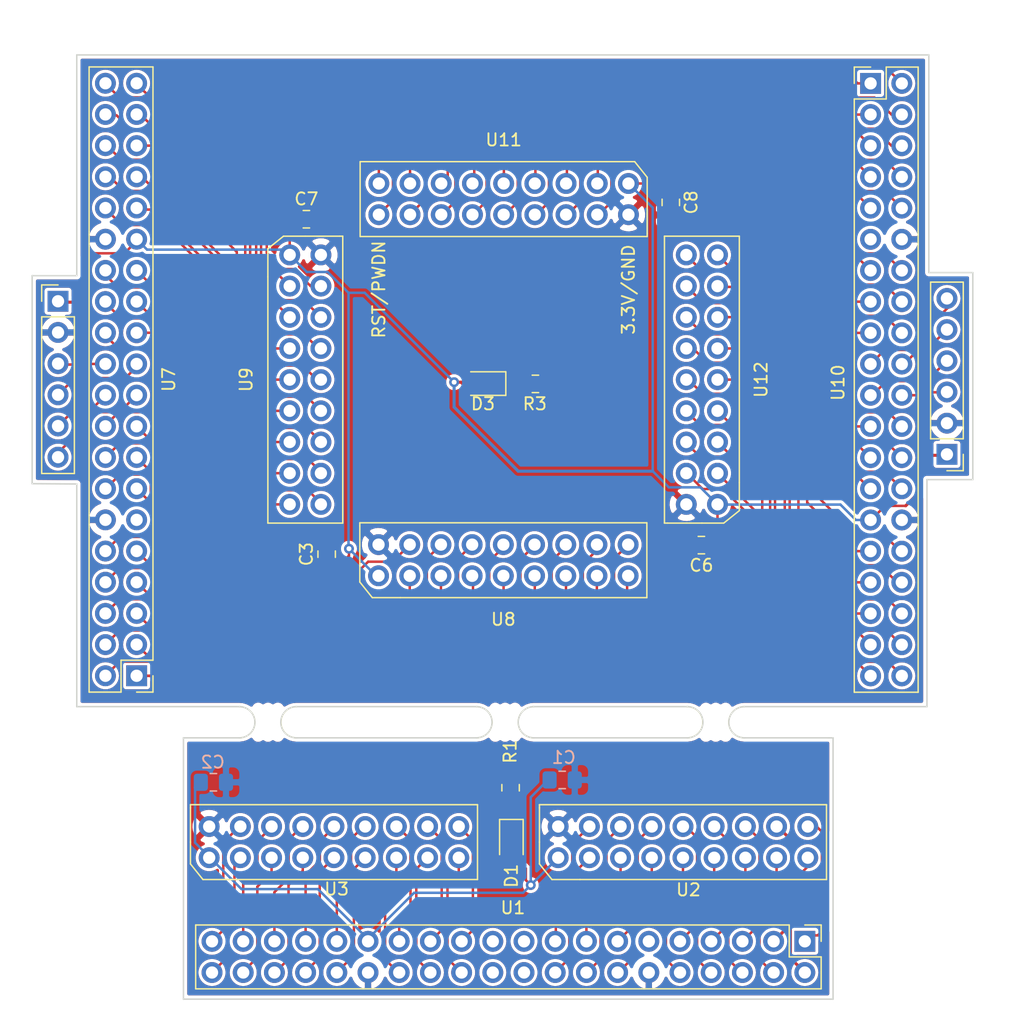
<source format=kicad_pcb>
(kicad_pcb (version 20171130) (host pcbnew "(5.1.0)-1")
  (layers (0 F.Cu signal) (31 B.Cu signal) (34 B.Paste user) (35 F.Paste user) (36 B.SilkS user) (37 F.SilkS user) (38 B.Mask user) (39 F.Mask user) (44 Edge.Cuts user))
  (net 0 "")
  (net 1 /DualCamera/CAM1_B_D2)
  (net 2 /DualCamera/CAM1_B_D3)
  (net 3 /DualCamera/CAM1_B_D4)
  (net 4 /DualCamera/CAM1_B_D5)
  (net 5 /DualCamera/CAM1_B_D6)
  (net 6 /DualCamera/CAM1_B_D7)
  (net 7 /DualCamera/CAM1_B_D8)
  (net 8 /DualCamera/CAM1_B_D9)
  (net 9 /DualCamera/CAM1_B_HREF)
  (net 10 /DualCamera/CAM1_B_VSYNC)
  (net 11 /DualCamera/CAM1_B_XCLK)
  (net 12 /DualCamera/CAM1_B_PCLK)
  (net 13 /DualCamera/CAM1_B_PWDN)
  (net 14 /DualCamera/CAM1_B_RESET)
  (net 15 /DualCamera/CAM1_B_SIOD)
  (net 16 /DualCamera/CAM1_B_SIOC)
  (net 17 /DualCamera/CAM1_A_D2)
  (net 18 /DualCamera/CAM1_A_D3)
  (net 19 /DualCamera/CAM1_A_D4)
  (net 20 /DualCamera/CAM1_A_D5)
  (net 21 /DualCamera/CAM1_A_D6)
  (net 22 /DualCamera/CAM1_A_D7)
  (net 23 /DualCamera/CAM1_A_D8)
  (net 24 /DualCamera/CAM1_A_D9)
  (net 25 /DualCamera/CAM1_A_HREF)
  (net 26 /DualCamera/CAM1_A_VSYNC)
  (net 27 /DualCamera/CAM1_A_XCLK)
  (net 28 /DualCamera/CAM1_A_PCLK)
  (net 29 /DualCamera/CAM1_A_PWDN)
  (net 30 /DualCamera/CAM1_A_RESET)
  (net 31 /DualCamera/CAM1_A_SIOD)
  (net 32 /DualCamera/CAM1_A_SIOC)
  (net 33 GND_CAM1)
  (net 34 +3V3_CAM1)
  (net 35 "Net-(D1-Pad1)")
  (net 36 "Net-(U1-Pad11)")
  (net 37 "Net-(U1-Pad22)")
  (net 38 "Net-(U1-Pad21)")
  (net 39 "Net-(U1-Pad20)")
  (net 40 "Net-(U1-Pad19)")
  (net 41 GND)
  (net 42 +3V3)
  (net 43 "Net-(D3-Pad1)")
  (net 44 /QuadCamera/EX8)
  (net 45 /QuadCamera/EX4)
  (net 46 /QuadCamera/EX7)
  (net 47 /QuadCamera/EX3)
  (net 48 /QuadCamera/EX6)
  (net 49 /QuadCamera/EX2)
  (net 50 /QuadCamera/EX5)
  (net 51 /QuadCamera/EX1)
  (net 52 /QuadCamera/CAM1_B_SIOC)
  (net 53 /QuadCamera/CAM1_B_SIOD)
  (net 54 /QuadCamera/CAM1_B_VSYNC)
  (net 55 /QuadCamera/CAM1_B_HREF)
  (net 56 /QuadCamera/CAM1_B_PCLK)
  (net 57 /QuadCamera/CAM1_B_XCLK)
  (net 58 /QuadCamera/CAM1_B_D9)
  (net 59 /QuadCamera/CAM1_B_D8)
  (net 60 /QuadCamera/CAM1_B_D7)
  (net 61 /QuadCamera/CAM1_B_D6)
  (net 62 /QuadCamera/CAM1_B_D5)
  (net 63 /QuadCamera/CAM1_B_D4)
  (net 64 /QuadCamera/CAM1_B_D3)
  (net 65 /QuadCamera/CAM1_B_D2)
  (net 66 /QuadCamera/CAM1_B_RESET)
  (net 67 /QuadCamera/CAM1_B_PWDN)
  (net 68 /QuadCamera/CAM1_A_SIOC)
  (net 69 /QuadCamera/CAM1_A_SIOD)
  (net 70 /QuadCamera/CAM1_A_VSYNC)
  (net 71 /QuadCamera/CAM1_A_HREF)
  (net 72 /QuadCamera/CAM1_A_PCLK)
  (net 73 /QuadCamera/CAM1_A_XCLK)
  (net 74 "Net-(U7-Pad11)")
  (net 75 /QuadCamera/CAM1_A_D9)
  (net 76 /QuadCamera/CAM1_A_D8)
  (net 77 /QuadCamera/CAM1_A_D7)
  (net 78 /QuadCamera/CAM1_A_D6)
  (net 79 /QuadCamera/CAM1_A_D5)
  (net 80 /QuadCamera/CAM1_A_D4)
  (net 81 /QuadCamera/CAM1_A_D3)
  (net 82 /QuadCamera/CAM1_A_D2)
  (net 83 /QuadCamera/CAM1_A_RESET)
  (net 84 /QuadCamera/CAM1_A_PWDN)
  (net 85 /QuadCamera/CAM0_B_SIOC)
  (net 86 /QuadCamera/CAM0_B_SIOD)
  (net 87 /QuadCamera/CAM0_B_VSYNC)
  (net 88 /QuadCamera/CAM0_B_HREF)
  (net 89 /QuadCamera/CAM0_B_PCLK)
  (net 90 /QuadCamera/CAM0_B_XCLK)
  (net 91 /QuadCamera/CAM0_B_D9)
  (net 92 /QuadCamera/CAM0_B_D8)
  (net 93 /QuadCamera/CAM0_B_D7)
  (net 94 /QuadCamera/CAM0_B_D6)
  (net 95 /QuadCamera/CAM0_B_D5)
  (net 96 /QuadCamera/CAM0_B_D4)
  (net 97 /QuadCamera/CAM0_B_D3)
  (net 98 /QuadCamera/CAM0_B_D2)
  (net 99 /QuadCamera/CAM0_B_RESET)
  (net 100 /QuadCamera/CAM0_B_PWDN)
  (net 101 /QuadCamera/CAM0_A_SIOC)
  (net 102 /QuadCamera/CAM0_A_SIOD)
  (net 103 /QuadCamera/CAM0_A_VSYNC)
  (net 104 /QuadCamera/CAM0_A_HREF)
  (net 105 /QuadCamera/CAM0_A_PCLK)
  (net 106 /QuadCamera/CAM0_A_XCLK)
  (net 107 "Net-(U10-Pad11)")
  (net 108 /QuadCamera/CAM0_A_D9)
  (net 109 /QuadCamera/CAM0_A_D8)
  (net 110 /QuadCamera/CAM0_A_D7)
  (net 111 /QuadCamera/CAM0_A_D6)
  (net 112 /QuadCamera/CAM0_A_D5)
  (net 113 /QuadCamera/CAM0_A_D4)
  (net 114 /QuadCamera/CAM0_A_D3)
  (net 115 /QuadCamera/CAM0_A_D2)
  (net 116 /QuadCamera/CAM0_A_RESET)
  (net 117 /QuadCamera/CAM0_A_PWDN)
  (module Panelization:mouse-bite-2.54mm-slot (layer F.Cu) (at 156.0068 120.0404)
    (fp_text reference mouse-bite-2.54mm-slot hide)
    (fp_text value VAL** hide)
    (pad "" np_thru_hole circle (at 0 -1.1) (size 0.5 0.5) (drill 0.5) (layers *.Cu *.Mask))
    (pad "" np_thru_hole circle (at 0 1.1) (size 0.5 0.5) (drill 0.5) (layers *.Cu *.Mask))
    (pad "" np_thru_hole circle (at 0.8 -1.1) (size 0.5 0.5) (drill 0.5) (layers *.Cu *.Mask))
    (pad "" np_thru_hole circle (at -0.8 -1.1) (size 0.5 0.5) (drill 0.5) (layers *.Cu *.Mask))
    (pad "" np_thru_hole circle (at -0.8 1.1) (size 0.5 0.5) (drill 0.5) (layers *.Cu *.Mask))
    (pad "" np_thru_hole circle (at 0.8 1.1) (size 0.5 0.5) (drill 0.5) (layers *.Cu *.Mask))
  )
  (module Panelization:mouse-bite-2.54mm-slot (layer F.Cu) (at 173.1518 120.0404)
    (fp_text reference mouse-bite-2.54mm-slot hide)
    (fp_text value VAL** hide)
    (pad "" np_thru_hole circle (at 0 -1.1) (size 0.5 0.5) (drill 0.5) (layers *.Cu *.Mask))
    (pad "" np_thru_hole circle (at 0 1.1) (size 0.5 0.5) (drill 0.5) (layers *.Cu *.Mask))
    (pad "" np_thru_hole circle (at 0.8 -1.1) (size 0.5 0.5) (drill 0.5) (layers *.Cu *.Mask))
    (pad "" np_thru_hole circle (at -0.8 -1.1) (size 0.5 0.5) (drill 0.5) (layers *.Cu *.Mask))
    (pad "" np_thru_hole circle (at -0.8 1.1) (size 0.5 0.5) (drill 0.5) (layers *.Cu *.Mask))
    (pad "" np_thru_hole circle (at 0.8 1.1) (size 0.5 0.5) (drill 0.5) (layers *.Cu *.Mask))
  )
  (module Panelization:mouse-bite-2.54mm-slot (layer F.Cu) (at 136.7028 120.0404)
    (fp_text reference mouse-bite-2.54mm-slot hide)
    (fp_text value VAL** hide)
    (pad "" np_thru_hole circle (at 0.8 1.1) (size 0.5 0.5) (drill 0.5) (layers *.Cu *.Mask))
    (pad "" np_thru_hole circle (at -0.8 1.1) (size 0.5 0.5) (drill 0.5) (layers *.Cu *.Mask))
    (pad "" np_thru_hole circle (at -0.8 -1.1) (size 0.5 0.5) (drill 0.5) (layers *.Cu *.Mask))
    (pad "" np_thru_hole circle (at 0.8 -1.1) (size 0.5 0.5) (drill 0.5) (layers *.Cu *.Mask))
    (pad "" np_thru_hole circle (at 0 1.1) (size 0.5 0.5) (drill 0.5) (layers *.Cu *.Mask))
    (pad "" np_thru_hole circle (at 0 -1.1) (size 0.5 0.5) (drill 0.5) (layers *.Cu *.Mask))
  )
  (module Connector_PinHeader_2.54mm:PinHeader_1x06_P2.54mm_Vertical (layer F.Cu) (at 119.6086 85.7504)
    (fp_text reference J2 hide)
    (fp_text value Conn_01x06)
    (pad 6 thru_hole oval (at 0 12.7) (size 1.7 1.7) (drill 1) (layers *.Cu *.Mask) (net 45 /QuadCamera/EX4))
    (pad 5 thru_hole oval (at 0 10.16) (size 1.7 1.7) (drill 1) (layers *.Cu *.Mask) (net 47 /QuadCamera/EX3))
    (pad 4 thru_hole oval (at 0 7.62) (size 1.7 1.7) (drill 1) (layers *.Cu *.Mask) (net 49 /QuadCamera/EX2))
    (pad 3 thru_hole oval (at 0 5.08) (size 1.7 1.7) (drill 1) (layers *.Cu *.Mask) (net 51 /QuadCamera/EX1))
    (pad 2 thru_hole oval (at 0 2.54) (size 1.7 1.7) (drill 1) (layers *.Cu *.Mask) (net 41 GND))
    (pad 1 thru_hole rect (at 0 0) (size 1.7 1.7) (drill 1) (layers *.Cu *.Mask) (net 42 +3V3))
  )
  (module Connector_PinHeader_2.54mm:PinHeader_1x06_P2.54mm_Vertical (layer F.Cu) (at 191.9732 98.2218 180)
    (fp_text reference J1 hide)
    (fp_text value Conn_01x06)
    (pad 6 thru_hole oval (at 0 12.7 180) (size 1.7 1.7) (drill 1) (layers *.Cu *.Mask) (net 44 /QuadCamera/EX8))
    (pad 5 thru_hole oval (at 0 10.16 180) (size 1.7 1.7) (drill 1) (layers *.Cu *.Mask) (net 46 /QuadCamera/EX7))
    (pad 4 thru_hole oval (at 0 7.62 180) (size 1.7 1.7) (drill 1) (layers *.Cu *.Mask) (net 48 /QuadCamera/EX6))
    (pad 3 thru_hole oval (at 0 5.08 180) (size 1.7 1.7) (drill 1) (layers *.Cu *.Mask) (net 50 /QuadCamera/EX5))
    (pad 2 thru_hole oval (at 0 2.54 180) (size 1.7 1.7) (drill 1) (layers *.Cu *.Mask) (net 41 GND))
    (pad 1 thru_hole rect (at 0 0 180) (size 1.7 1.7) (drill 1) (layers *.Cu *.Mask) (net 42 +3V3))
  )
  (module DualCameraPlugIn:WaveshareOV5640 (layer F.Cu) (at 168.4692 92.1362 90)
    (fp_text reference U12 (at 0 8.374 270) (layer F.SilkS))
    (fp_text value Waveshare_OV5640_DVP)
    (pad 17 thru_hole circle (at 10.16 4.826 180) (size 1.7 1.7) (drill 1) (layers *.Cu *.Mask) (net 99 /QuadCamera/CAM0_B_RESET))
    (pad 18 thru_hole circle (at 10.16 2.286 180) (size 1.7 1.7) (drill 1) (layers *.Cu *.Mask) (net 100 /QuadCamera/CAM0_B_PWDN))
    (pad 14 thru_hole circle (at 5.08 2.286 180) (size 1.7 1.7) (drill 1) (layers *.Cu *.Mask) (net 96 /QuadCamera/CAM0_B_D4))
    (pad 16 thru_hole circle (at 7.62 2.286 180) (size 1.7 1.7) (drill 1) (layers *.Cu *.Mask) (net 98 /QuadCamera/CAM0_B_D2))
    (pad 15 thru_hole circle (at 7.62 4.826 180) (size 1.7 1.7) (drill 1) (layers *.Cu *.Mask) (net 97 /QuadCamera/CAM0_B_D3))
    (pad 13 thru_hole circle (at 5.08 4.826 180) (size 1.7 1.7) (drill 1) (layers *.Cu *.Mask) (net 95 /QuadCamera/CAM0_B_D5))
    (pad 10 thru_hole circle (at 0 2.286 180) (size 1.7 1.7) (drill 1) (layers *.Cu *.Mask) (net 92 /QuadCamera/CAM0_B_D8))
    (pad 12 thru_hole circle (at 2.54 2.286 180) (size 1.7 1.7) (drill 1) (layers *.Cu *.Mask) (net 94 /QuadCamera/CAM0_B_D6))
    (pad 11 thru_hole circle (at 2.54 4.826 180) (size 1.7 1.7) (drill 1) (layers *.Cu *.Mask) (net 93 /QuadCamera/CAM0_B_D7))
    (pad 9 thru_hole circle (at 0 4.826 180) (size 1.7 1.7) (drill 1) (layers *.Cu *.Mask) (net 91 /QuadCamera/CAM0_B_D9))
    (pad 5 thru_hole circle (at -5.08 4.826 180) (size 1.7 1.7) (drill 1) (layers *.Cu *.Mask) (net 87 /QuadCamera/CAM0_B_VSYNC))
    (pad 8 thru_hole circle (at -2.54 2.286 180) (size 1.7 1.7) (drill 1) (layers *.Cu *.Mask) (net 90 /QuadCamera/CAM0_B_XCLK))
    (pad 6 thru_hole circle (at -5.08 2.286 180) (size 1.7 1.7) (drill 1) (layers *.Cu *.Mask) (net 88 /QuadCamera/CAM0_B_HREF))
    (pad 7 thru_hole circle (at -2.54 4.826 180) (size 1.7 1.7) (drill 1) (layers *.Cu *.Mask) (net 89 /QuadCamera/CAM0_B_PCLK))
    (pad 4 thru_hole circle (at -7.62 2.286 180) (size 1.7 1.7) (drill 1) (layers *.Cu *.Mask) (net 86 /QuadCamera/CAM0_B_SIOD))
    (pad 3 thru_hole circle (at -7.62 4.826 180) (size 1.7 1.7) (drill 1) (layers *.Cu *.Mask) (net 85 /QuadCamera/CAM0_B_SIOC))
    (pad 1 thru_hole circle (at -10.16 4.826 180) (size 1.7 1.7) (drill 1) (layers *.Cu *.Mask) (net 42 +3V3))
    (pad 2 thru_hole circle (at -10.16 2.286 180) (size 1.7 1.7) (drill 1) (layers *.Cu *.Mask) (net 41 GND))
  )
  (module DualCameraPlugIn:WaveshareOV5640 (layer F.Cu) (at 155.8864 80.9856 180)
    (fp_text reference U11 (at 0 8.374) (layer F.SilkS))
    (fp_text value Waveshare_OV5640_DVP)
    (fp_text user RST/PWDN (at 10.16 -3.81 270) (layer F.SilkS))
    (fp_text user 3.3V/GND (at -10.16 -3.81 270) (layer F.SilkS))
    (pad 17 thru_hole circle (at 10.16 4.826 270) (size 1.7 1.7) (drill 1) (layers *.Cu *.Mask) (net 116 /QuadCamera/CAM0_A_RESET))
    (pad 18 thru_hole circle (at 10.16 2.286 270) (size 1.7 1.7) (drill 1) (layers *.Cu *.Mask) (net 117 /QuadCamera/CAM0_A_PWDN))
    (pad 14 thru_hole circle (at 5.08 2.286 270) (size 1.7 1.7) (drill 1) (layers *.Cu *.Mask) (net 113 /QuadCamera/CAM0_A_D4))
    (pad 16 thru_hole circle (at 7.62 2.286 270) (size 1.7 1.7) (drill 1) (layers *.Cu *.Mask) (net 115 /QuadCamera/CAM0_A_D2))
    (pad 15 thru_hole circle (at 7.62 4.826 270) (size 1.7 1.7) (drill 1) (layers *.Cu *.Mask) (net 114 /QuadCamera/CAM0_A_D3))
    (pad 13 thru_hole circle (at 5.08 4.826 270) (size 1.7 1.7) (drill 1) (layers *.Cu *.Mask) (net 112 /QuadCamera/CAM0_A_D5))
    (pad 10 thru_hole circle (at 0 2.286 270) (size 1.7 1.7) (drill 1) (layers *.Cu *.Mask) (net 109 /QuadCamera/CAM0_A_D8))
    (pad 12 thru_hole circle (at 2.54 2.286 270) (size 1.7 1.7) (drill 1) (layers *.Cu *.Mask) (net 111 /QuadCamera/CAM0_A_D6))
    (pad 11 thru_hole circle (at 2.54 4.826 270) (size 1.7 1.7) (drill 1) (layers *.Cu *.Mask) (net 110 /QuadCamera/CAM0_A_D7))
    (pad 9 thru_hole circle (at 0 4.826 270) (size 1.7 1.7) (drill 1) (layers *.Cu *.Mask) (net 108 /QuadCamera/CAM0_A_D9))
    (pad 5 thru_hole circle (at -5.08 4.826 270) (size 1.7 1.7) (drill 1) (layers *.Cu *.Mask) (net 103 /QuadCamera/CAM0_A_VSYNC))
    (pad 8 thru_hole circle (at -2.54 2.286 270) (size 1.7 1.7) (drill 1) (layers *.Cu *.Mask) (net 106 /QuadCamera/CAM0_A_XCLK))
    (pad 6 thru_hole circle (at -5.08 2.286 270) (size 1.7 1.7) (drill 1) (layers *.Cu *.Mask) (net 104 /QuadCamera/CAM0_A_HREF))
    (pad 7 thru_hole circle (at -2.54 4.826 270) (size 1.7 1.7) (drill 1) (layers *.Cu *.Mask) (net 105 /QuadCamera/CAM0_A_PCLK))
    (pad 4 thru_hole circle (at -7.62 2.286 270) (size 1.7 1.7) (drill 1) (layers *.Cu *.Mask) (net 102 /QuadCamera/CAM0_A_SIOD))
    (pad 3 thru_hole circle (at -7.62 4.826 270) (size 1.7 1.7) (drill 1) (layers *.Cu *.Mask) (net 101 /QuadCamera/CAM0_A_SIOC))
    (pad 1 thru_hole circle (at -10.16 4.826 270) (size 1.7 1.7) (drill 1) (layers *.Cu *.Mask) (net 42 +3V3))
    (pad 2 thru_hole circle (at -10.16 2.286 270) (size 1.7 1.7) (drill 1) (layers *.Cu *.Mask) (net 41 GND))
  )
  (module Connector_PinHeader_2.54mm:PinHeader_2x20_P2.54mm_Vertical (layer F.Cu) (at 185.7594 68.0058)
    (fp_text reference U10 (at -2.6508 24.374 90) (layer F.SilkS))
    (fp_text value DE10-Nano-GPIO0)
    (pad 40 thru_hole oval (at 2.54 48.26) (size 1.7 1.7) (drill 1) (layers *.Cu *.Mask) (net 85 /QuadCamera/CAM0_B_SIOC))
    (pad 39 thru_hole oval (at 0 48.26) (size 1.7 1.7) (drill 1) (layers *.Cu *.Mask) (net 86 /QuadCamera/CAM0_B_SIOD))
    (pad 38 thru_hole oval (at 2.54 45.72) (size 1.7 1.7) (drill 1) (layers *.Cu *.Mask) (net 87 /QuadCamera/CAM0_B_VSYNC))
    (pad 37 thru_hole oval (at 0 45.72) (size 1.7 1.7) (drill 1) (layers *.Cu *.Mask) (net 88 /QuadCamera/CAM0_B_HREF))
    (pad 36 thru_hole oval (at 2.54 43.18) (size 1.7 1.7) (drill 1) (layers *.Cu *.Mask) (net 89 /QuadCamera/CAM0_B_PCLK))
    (pad 35 thru_hole oval (at 0 43.18) (size 1.7 1.7) (drill 1) (layers *.Cu *.Mask) (net 90 /QuadCamera/CAM0_B_XCLK))
    (pad 34 thru_hole oval (at 2.54 40.64) (size 1.7 1.7) (drill 1) (layers *.Cu *.Mask) (net 91 /QuadCamera/CAM0_B_D9))
    (pad 33 thru_hole oval (at 0 40.64) (size 1.7 1.7) (drill 1) (layers *.Cu *.Mask) (net 92 /QuadCamera/CAM0_B_D8))
    (pad 32 thru_hole oval (at 2.54 38.1) (size 1.7 1.7) (drill 1) (layers *.Cu *.Mask) (net 93 /QuadCamera/CAM0_B_D7))
    (pad 31 thru_hole oval (at 0 38.1) (size 1.7 1.7) (drill 1) (layers *.Cu *.Mask) (net 94 /QuadCamera/CAM0_B_D6))
    (pad 30 thru_hole oval (at 2.54 35.56) (size 1.7 1.7) (drill 1) (layers *.Cu *.Mask) (net 41 GND))
    (pad 29 thru_hole oval (at 0 35.56) (size 1.7 1.7) (drill 1) (layers *.Cu *.Mask) (net 42 +3V3))
    (pad 28 thru_hole oval (at 2.54 33.02) (size 1.7 1.7) (drill 1) (layers *.Cu *.Mask) (net 95 /QuadCamera/CAM0_B_D5))
    (pad 27 thru_hole oval (at 0 33.02) (size 1.7 1.7) (drill 1) (layers *.Cu *.Mask) (net 96 /QuadCamera/CAM0_B_D4))
    (pad 26 thru_hole oval (at 2.54 30.48) (size 1.7 1.7) (drill 1) (layers *.Cu *.Mask) (net 97 /QuadCamera/CAM0_B_D3))
    (pad 25 thru_hole oval (at 0 30.48) (size 1.7 1.7) (drill 1) (layers *.Cu *.Mask) (net 98 /QuadCamera/CAM0_B_D2))
    (pad 24 thru_hole oval (at 2.54 27.94) (size 1.7 1.7) (drill 1) (layers *.Cu *.Mask) (net 99 /QuadCamera/CAM0_B_RESET))
    (pad 23 thru_hole oval (at 0 27.94) (size 1.7 1.7) (drill 1) (layers *.Cu *.Mask) (net 100 /QuadCamera/CAM0_B_PWDN))
    (pad 22 thru_hole oval (at 2.54 25.4) (size 1.7 1.7) (drill 1) (layers *.Cu *.Mask) (net 50 /QuadCamera/EX5))
    (pad 21 thru_hole oval (at 0 25.4) (size 1.7 1.7) (drill 1) (layers *.Cu *.Mask) (net 48 /QuadCamera/EX6))
    (pad 20 thru_hole oval (at 2.54 22.86) (size 1.7 1.7) (drill 1) (layers *.Cu *.Mask) (net 46 /QuadCamera/EX7))
    (pad 19 thru_hole oval (at 0 22.86) (size 1.7 1.7) (drill 1) (layers *.Cu *.Mask) (net 44 /QuadCamera/EX8))
    (pad 18 thru_hole oval (at 2.54 20.32) (size 1.7 1.7) (drill 1) (layers *.Cu *.Mask) (net 101 /QuadCamera/CAM0_A_SIOC))
    (pad 17 thru_hole oval (at 0 20.32) (size 1.7 1.7) (drill 1) (layers *.Cu *.Mask) (net 102 /QuadCamera/CAM0_A_SIOD))
    (pad 16 thru_hole oval (at 2.54 17.78) (size 1.7 1.7) (drill 1) (layers *.Cu *.Mask) (net 103 /QuadCamera/CAM0_A_VSYNC))
    (pad 15 thru_hole oval (at 0 17.78) (size 1.7 1.7) (drill 1) (layers *.Cu *.Mask) (net 104 /QuadCamera/CAM0_A_HREF))
    (pad 14 thru_hole oval (at 2.54 15.24) (size 1.7 1.7) (drill 1) (layers *.Cu *.Mask) (net 105 /QuadCamera/CAM0_A_PCLK))
    (pad 13 thru_hole oval (at 0 15.24) (size 1.7 1.7) (drill 1) (layers *.Cu *.Mask) (net 106 /QuadCamera/CAM0_A_XCLK))
    (pad 12 thru_hole oval (at 2.54 12.7) (size 1.7 1.7) (drill 1) (layers *.Cu *.Mask) (net 41 GND))
    (pad 11 thru_hole oval (at 0 12.7) (size 1.7 1.7) (drill 1) (layers *.Cu *.Mask) (net 107 "Net-(U10-Pad11)"))
    (pad 10 thru_hole oval (at 2.54 10.16) (size 1.7 1.7) (drill 1) (layers *.Cu *.Mask) (net 108 /QuadCamera/CAM0_A_D9))
    (pad 9 thru_hole oval (at 0 10.16) (size 1.7 1.7) (drill 1) (layers *.Cu *.Mask) (net 109 /QuadCamera/CAM0_A_D8))
    (pad 8 thru_hole oval (at 2.54 7.62) (size 1.7 1.7) (drill 1) (layers *.Cu *.Mask) (net 110 /QuadCamera/CAM0_A_D7))
    (pad 7 thru_hole oval (at 0 7.62) (size 1.7 1.7) (drill 1) (layers *.Cu *.Mask) (net 111 /QuadCamera/CAM0_A_D6))
    (pad 6 thru_hole oval (at 2.54 5.08) (size 1.7 1.7) (drill 1) (layers *.Cu *.Mask) (net 112 /QuadCamera/CAM0_A_D5))
    (pad 5 thru_hole oval (at 0 5.08) (size 1.7 1.7) (drill 1) (layers *.Cu *.Mask) (net 113 /QuadCamera/CAM0_A_D4))
    (pad 4 thru_hole oval (at 2.54 2.54) (size 1.7 1.7) (drill 1) (layers *.Cu *.Mask) (net 114 /QuadCamera/CAM0_A_D3))
    (pad 3 thru_hole oval (at 0 2.54) (size 1.7 1.7) (drill 1) (layers *.Cu *.Mask) (net 115 /QuadCamera/CAM0_A_D2))
    (pad 2 thru_hole oval (at 2.54 0) (size 1.7 1.7) (drill 1) (layers *.Cu *.Mask) (net 116 /QuadCamera/CAM0_A_RESET))
    (pad 1 thru_hole rect (at 0 0) (size 1.7 1.7) (drill 1) (layers *.Cu *.Mask) (net 117 /QuadCamera/CAM0_A_PWDN))
  )
  (module DualCameraPlugIn:WaveshareOV5640 (layer F.Cu) (at 143.295599 92.1362 270)
    (fp_text reference U9 (at 0 8.374 90) (layer F.SilkS))
    (fp_text value Waveshare_OV5640_DVP)
    (pad 17 thru_hole circle (at 10.16 4.826) (size 1.7 1.7) (drill 1) (layers *.Cu *.Mask) (net 66 /QuadCamera/CAM1_B_RESET))
    (pad 18 thru_hole circle (at 10.16 2.286) (size 1.7 1.7) (drill 1) (layers *.Cu *.Mask) (net 67 /QuadCamera/CAM1_B_PWDN))
    (pad 14 thru_hole circle (at 5.08 2.286) (size 1.7 1.7) (drill 1) (layers *.Cu *.Mask) (net 63 /QuadCamera/CAM1_B_D4))
    (pad 16 thru_hole circle (at 7.62 2.286) (size 1.7 1.7) (drill 1) (layers *.Cu *.Mask) (net 65 /QuadCamera/CAM1_B_D2))
    (pad 15 thru_hole circle (at 7.62 4.826) (size 1.7 1.7) (drill 1) (layers *.Cu *.Mask) (net 64 /QuadCamera/CAM1_B_D3))
    (pad 13 thru_hole circle (at 5.08 4.826) (size 1.7 1.7) (drill 1) (layers *.Cu *.Mask) (net 62 /QuadCamera/CAM1_B_D5))
    (pad 10 thru_hole circle (at 0 2.286) (size 1.7 1.7) (drill 1) (layers *.Cu *.Mask) (net 59 /QuadCamera/CAM1_B_D8))
    (pad 12 thru_hole circle (at 2.54 2.286) (size 1.7 1.7) (drill 1) (layers *.Cu *.Mask) (net 61 /QuadCamera/CAM1_B_D6))
    (pad 11 thru_hole circle (at 2.54 4.826) (size 1.7 1.7) (drill 1) (layers *.Cu *.Mask) (net 60 /QuadCamera/CAM1_B_D7))
    (pad 9 thru_hole circle (at 0 4.826) (size 1.7 1.7) (drill 1) (layers *.Cu *.Mask) (net 58 /QuadCamera/CAM1_B_D9))
    (pad 5 thru_hole circle (at -5.08 4.826) (size 1.7 1.7) (drill 1) (layers *.Cu *.Mask) (net 54 /QuadCamera/CAM1_B_VSYNC))
    (pad 8 thru_hole circle (at -2.54 2.286) (size 1.7 1.7) (drill 1) (layers *.Cu *.Mask) (net 57 /QuadCamera/CAM1_B_XCLK))
    (pad 6 thru_hole circle (at -5.08 2.286) (size 1.7 1.7) (drill 1) (layers *.Cu *.Mask) (net 55 /QuadCamera/CAM1_B_HREF))
    (pad 7 thru_hole circle (at -2.54 4.826) (size 1.7 1.7) (drill 1) (layers *.Cu *.Mask) (net 56 /QuadCamera/CAM1_B_PCLK))
    (pad 4 thru_hole circle (at -7.62 2.286) (size 1.7 1.7) (drill 1) (layers *.Cu *.Mask) (net 53 /QuadCamera/CAM1_B_SIOD))
    (pad 3 thru_hole circle (at -7.62 4.826) (size 1.7 1.7) (drill 1) (layers *.Cu *.Mask) (net 52 /QuadCamera/CAM1_B_SIOC))
    (pad 1 thru_hole circle (at -10.16 4.826) (size 1.7 1.7) (drill 1) (layers *.Cu *.Mask) (net 42 +3V3))
    (pad 2 thru_hole circle (at -10.16 2.286) (size 1.7 1.7) (drill 1) (layers *.Cu *.Mask) (net 41 GND))
  )
  (module DualCameraPlugIn:WaveshareOV5640 (layer F.Cu) (at 155.861 103.2868)
    (fp_text reference U8 (at 0 8.374 180) (layer F.SilkS))
    (fp_text value Waveshare_OV5640_DVP)
    (pad 17 thru_hole circle (at 10.16 4.826 90) (size 1.7 1.7) (drill 1) (layers *.Cu *.Mask) (net 83 /QuadCamera/CAM1_A_RESET))
    (pad 18 thru_hole circle (at 10.16 2.286 90) (size 1.7 1.7) (drill 1) (layers *.Cu *.Mask) (net 84 /QuadCamera/CAM1_A_PWDN))
    (pad 14 thru_hole circle (at 5.08 2.286 90) (size 1.7 1.7) (drill 1) (layers *.Cu *.Mask) (net 80 /QuadCamera/CAM1_A_D4))
    (pad 16 thru_hole circle (at 7.62 2.286 90) (size 1.7 1.7) (drill 1) (layers *.Cu *.Mask) (net 82 /QuadCamera/CAM1_A_D2))
    (pad 15 thru_hole circle (at 7.62 4.826 90) (size 1.7 1.7) (drill 1) (layers *.Cu *.Mask) (net 81 /QuadCamera/CAM1_A_D3))
    (pad 13 thru_hole circle (at 5.08 4.826 90) (size 1.7 1.7) (drill 1) (layers *.Cu *.Mask) (net 79 /QuadCamera/CAM1_A_D5))
    (pad 10 thru_hole circle (at 0 2.286 90) (size 1.7 1.7) (drill 1) (layers *.Cu *.Mask) (net 76 /QuadCamera/CAM1_A_D8))
    (pad 12 thru_hole circle (at 2.54 2.286 90) (size 1.7 1.7) (drill 1) (layers *.Cu *.Mask) (net 78 /QuadCamera/CAM1_A_D6))
    (pad 11 thru_hole circle (at 2.54 4.826 90) (size 1.7 1.7) (drill 1) (layers *.Cu *.Mask) (net 77 /QuadCamera/CAM1_A_D7))
    (pad 9 thru_hole circle (at 0 4.826 90) (size 1.7 1.7) (drill 1) (layers *.Cu *.Mask) (net 75 /QuadCamera/CAM1_A_D9))
    (pad 5 thru_hole circle (at -5.08 4.826 90) (size 1.7 1.7) (drill 1) (layers *.Cu *.Mask) (net 70 /QuadCamera/CAM1_A_VSYNC))
    (pad 8 thru_hole circle (at -2.54 2.286 90) (size 1.7 1.7) (drill 1) (layers *.Cu *.Mask) (net 73 /QuadCamera/CAM1_A_XCLK))
    (pad 6 thru_hole circle (at -5.08 2.286 90) (size 1.7 1.7) (drill 1) (layers *.Cu *.Mask) (net 71 /QuadCamera/CAM1_A_HREF))
    (pad 7 thru_hole circle (at -2.54 4.826 90) (size 1.7 1.7) (drill 1) (layers *.Cu *.Mask) (net 72 /QuadCamera/CAM1_A_PCLK))
    (pad 4 thru_hole circle (at -7.62 2.286 90) (size 1.7 1.7) (drill 1) (layers *.Cu *.Mask) (net 69 /QuadCamera/CAM1_A_SIOD))
    (pad 3 thru_hole circle (at -7.62 4.826 90) (size 1.7 1.7) (drill 1) (layers *.Cu *.Mask) (net 68 /QuadCamera/CAM1_A_SIOC))
    (pad 1 thru_hole circle (at -10.16 4.826 90) (size 1.7 1.7) (drill 1) (layers *.Cu *.Mask) (net 42 +3V3))
    (pad 2 thru_hole circle (at -10.16 2.286 90) (size 1.7 1.7) (drill 1) (layers *.Cu *.Mask) (net 41 GND))
  )
  (module Connector_PinHeader_2.54mm:PinHeader_2x20_P2.54mm_Vertical (layer F.Cu) (at 126.007799 116.2558 180)
    (fp_text reference U7 (at -2.6162 24.13 270) (layer F.SilkS))
    (fp_text value DE10-Nano-GPIO1)
    (pad 40 thru_hole oval (at 2.54 48.26 180) (size 1.7 1.7) (drill 1) (layers *.Cu *.Mask) (net 52 /QuadCamera/CAM1_B_SIOC))
    (pad 39 thru_hole oval (at 0 48.26 180) (size 1.7 1.7) (drill 1) (layers *.Cu *.Mask) (net 53 /QuadCamera/CAM1_B_SIOD))
    (pad 38 thru_hole oval (at 2.54 45.72 180) (size 1.7 1.7) (drill 1) (layers *.Cu *.Mask) (net 54 /QuadCamera/CAM1_B_VSYNC))
    (pad 37 thru_hole oval (at 0 45.72 180) (size 1.7 1.7) (drill 1) (layers *.Cu *.Mask) (net 55 /QuadCamera/CAM1_B_HREF))
    (pad 36 thru_hole oval (at 2.54 43.18 180) (size 1.7 1.7) (drill 1) (layers *.Cu *.Mask) (net 56 /QuadCamera/CAM1_B_PCLK))
    (pad 35 thru_hole oval (at 0 43.18 180) (size 1.7 1.7) (drill 1) (layers *.Cu *.Mask) (net 57 /QuadCamera/CAM1_B_XCLK))
    (pad 34 thru_hole oval (at 2.54 40.64 180) (size 1.7 1.7) (drill 1) (layers *.Cu *.Mask) (net 58 /QuadCamera/CAM1_B_D9))
    (pad 33 thru_hole oval (at 0 40.64 180) (size 1.7 1.7) (drill 1) (layers *.Cu *.Mask) (net 59 /QuadCamera/CAM1_B_D8))
    (pad 32 thru_hole oval (at 2.54 38.1 180) (size 1.7 1.7) (drill 1) (layers *.Cu *.Mask) (net 60 /QuadCamera/CAM1_B_D7))
    (pad 31 thru_hole oval (at 0 38.1 180) (size 1.7 1.7) (drill 1) (layers *.Cu *.Mask) (net 61 /QuadCamera/CAM1_B_D6))
    (pad 30 thru_hole oval (at 2.54 35.56 180) (size 1.7 1.7) (drill 1) (layers *.Cu *.Mask) (net 41 GND))
    (pad 29 thru_hole oval (at 0 35.56 180) (size 1.7 1.7) (drill 1) (layers *.Cu *.Mask) (net 42 +3V3))
    (pad 28 thru_hole oval (at 2.54 33.02 180) (size 1.7 1.7) (drill 1) (layers *.Cu *.Mask) (net 62 /QuadCamera/CAM1_B_D5))
    (pad 27 thru_hole oval (at 0 33.02 180) (size 1.7 1.7) (drill 1) (layers *.Cu *.Mask) (net 63 /QuadCamera/CAM1_B_D4))
    (pad 26 thru_hole oval (at 2.54 30.48 180) (size 1.7 1.7) (drill 1) (layers *.Cu *.Mask) (net 64 /QuadCamera/CAM1_B_D3))
    (pad 25 thru_hole oval (at 0 30.48 180) (size 1.7 1.7) (drill 1) (layers *.Cu *.Mask) (net 65 /QuadCamera/CAM1_B_D2))
    (pad 24 thru_hole oval (at 2.54 27.94 180) (size 1.7 1.7) (drill 1) (layers *.Cu *.Mask) (net 66 /QuadCamera/CAM1_B_RESET))
    (pad 23 thru_hole oval (at 0 27.94 180) (size 1.7 1.7) (drill 1) (layers *.Cu *.Mask) (net 67 /QuadCamera/CAM1_B_PWDN))
    (pad 22 thru_hole oval (at 2.54 25.4 180) (size 1.7 1.7) (drill 1) (layers *.Cu *.Mask) (net 51 /QuadCamera/EX1))
    (pad 21 thru_hole oval (at 0 25.4 180) (size 1.7 1.7) (drill 1) (layers *.Cu *.Mask) (net 49 /QuadCamera/EX2))
    (pad 20 thru_hole oval (at 2.54 22.86 180) (size 1.7 1.7) (drill 1) (layers *.Cu *.Mask) (net 47 /QuadCamera/EX3))
    (pad 19 thru_hole oval (at 0 22.86 180) (size 1.7 1.7) (drill 1) (layers *.Cu *.Mask) (net 45 /QuadCamera/EX4))
    (pad 18 thru_hole oval (at 2.54 20.32 180) (size 1.7 1.7) (drill 1) (layers *.Cu *.Mask) (net 69 /QuadCamera/CAM1_A_SIOD))
    (pad 17 thru_hole oval (at 0 20.32 180) (size 1.7 1.7) (drill 1) (layers *.Cu *.Mask) (net 68 /QuadCamera/CAM1_A_SIOC))
    (pad 16 thru_hole oval (at 2.54 17.78 180) (size 1.7 1.7) (drill 1) (layers *.Cu *.Mask) (net 71 /QuadCamera/CAM1_A_HREF))
    (pad 15 thru_hole oval (at 0 17.78 180) (size 1.7 1.7) (drill 1) (layers *.Cu *.Mask) (net 70 /QuadCamera/CAM1_A_VSYNC))
    (pad 14 thru_hole oval (at 2.54 15.24 180) (size 1.7 1.7) (drill 1) (layers *.Cu *.Mask) (net 73 /QuadCamera/CAM1_A_XCLK))
    (pad 13 thru_hole oval (at 0 15.24 180) (size 1.7 1.7) (drill 1) (layers *.Cu *.Mask) (net 72 /QuadCamera/CAM1_A_PCLK))
    (pad 12 thru_hole oval (at 2.54 12.7 180) (size 1.7 1.7) (drill 1) (layers *.Cu *.Mask) (net 41 GND))
    (pad 11 thru_hole oval (at 0 12.7 180) (size 1.7 1.7) (drill 1) (layers *.Cu *.Mask) (net 74 "Net-(U7-Pad11)"))
    (pad 10 thru_hole oval (at 2.54 10.16 180) (size 1.7 1.7) (drill 1) (layers *.Cu *.Mask) (net 76 /QuadCamera/CAM1_A_D8))
    (pad 9 thru_hole oval (at 0 10.16 180) (size 1.7 1.7) (drill 1) (layers *.Cu *.Mask) (net 75 /QuadCamera/CAM1_A_D9))
    (pad 8 thru_hole oval (at 2.54 7.62 180) (size 1.7 1.7) (drill 1) (layers *.Cu *.Mask) (net 78 /QuadCamera/CAM1_A_D6))
    (pad 7 thru_hole oval (at 0 7.62 180) (size 1.7 1.7) (drill 1) (layers *.Cu *.Mask) (net 77 /QuadCamera/CAM1_A_D7))
    (pad 6 thru_hole oval (at 2.54 5.08 180) (size 1.7 1.7) (drill 1) (layers *.Cu *.Mask) (net 80 /QuadCamera/CAM1_A_D4))
    (pad 5 thru_hole oval (at 0 5.08 180) (size 1.7 1.7) (drill 1) (layers *.Cu *.Mask) (net 79 /QuadCamera/CAM1_A_D5))
    (pad 4 thru_hole oval (at 2.54 2.54 180) (size 1.7 1.7) (drill 1) (layers *.Cu *.Mask) (net 82 /QuadCamera/CAM1_A_D2))
    (pad 3 thru_hole oval (at 0 2.54 180) (size 1.7 1.7) (drill 1) (layers *.Cu *.Mask) (net 81 /QuadCamera/CAM1_A_D3))
    (pad 2 thru_hole oval (at 2.54 0 180) (size 1.7 1.7) (drill 1) (layers *.Cu *.Mask) (net 84 /QuadCamera/CAM1_A_PWDN))
    (pad 1 thru_hole rect (at 0 0 180) (size 1.7 1.7) (drill 1) (layers *.Cu *.Mask) (net 83 /QuadCamera/CAM1_A_RESET))
  )
  (module Resistor_SMD:R_0805_2012Metric_Pad1.15x1.40mm_HandSolder (layer F.Cu) (at 158.4706 92.4814)
    (fp_text reference R3 (at -0.0508 1.6256) (layer F.SilkS))
    (fp_text value R)
    (pad 2 smd roundrect (at 1.025 0) (size 1.15 1.4) (layers F.Cu F.Paste F.Mask) (roundrect_rratio 0.217391) (net 41 GND))
    (pad 1 smd roundrect (at -1.025 0) (size 1.15 1.4) (layers F.Cu F.Paste F.Mask) (roundrect_rratio 0.217391) (net 43 "Net-(D3-Pad1)"))
  )
  (module LED_SMD:LED_0805_2012Metric_Pad1.15x1.40mm_HandSolder (layer F.Cu) (at 154.2034 92.456 180)
    (fp_text reference D3 (at 0 -1.65 180) (layer F.SilkS))
    (fp_text value LED)
    (pad 2 smd roundrect (at 1.025 0 180) (size 1.15 1.4) (layers F.Cu F.Paste F.Mask) (roundrect_rratio 0.217391) (net 42 +3V3))
    (pad 1 smd roundrect (at -1.025 0 180) (size 1.15 1.4) (layers F.Cu F.Paste F.Mask) (roundrect_rratio 0.217391) (net 43 "Net-(D3-Pad1)"))
  )
  (module Capacitor_SMD:C_0805_2012Metric_Pad1.15x1.40mm_HandSolder (layer F.Cu) (at 169.4942 77.6986 270)
    (fp_text reference C8 (at 0 -1.65 270) (layer F.SilkS))
    (fp_text value 0.1u)
    (pad 2 smd roundrect (at 1.025 0 270) (size 1.15 1.4) (layers F.Cu F.Paste F.Mask) (roundrect_rratio 0.217391) (net 41 GND))
    (pad 1 smd roundrect (at -1.025 0 270) (size 1.15 1.4) (layers F.Cu F.Paste F.Mask) (roundrect_rratio 0.217391) (net 42 +3V3))
  )
  (module Capacitor_SMD:C_0805_2012Metric_Pad1.15x1.40mm_HandSolder (layer F.Cu) (at 139.827 79.0702)
    (fp_text reference C7 (at 0 -1.65) (layer F.SilkS))
    (fp_text value 0.1u)
    (pad 2 smd roundrect (at 1.025 0) (size 1.15 1.4) (layers F.Cu F.Paste F.Mask) (roundrect_rratio 0.217391) (net 41 GND))
    (pad 1 smd roundrect (at -1.025 0) (size 1.15 1.4) (layers F.Cu F.Paste F.Mask) (roundrect_rratio 0.217391) (net 42 +3V3))
  )
  (module Capacitor_SMD:C_0805_2012Metric_Pad1.15x1.40mm_HandSolder (layer F.Cu) (at 171.9834 105.6132 180)
    (fp_text reference C6 (at 0 -1.65 180) (layer F.SilkS))
    (fp_text value 0.1u)
    (pad 2 smd roundrect (at 1.025 0 180) (size 1.15 1.4) (layers F.Cu F.Paste F.Mask) (roundrect_rratio 0.217391) (net 41 GND))
    (pad 1 smd roundrect (at -1.025 0 180) (size 1.15 1.4) (layers F.Cu F.Paste F.Mask) (roundrect_rratio 0.217391) (net 42 +3V3))
  )
  (module Capacitor_SMD:C_0805_2012Metric_Pad1.15x1.40mm_HandSolder (layer F.Cu) (at 141.478 106.3498 90)
    (fp_text reference C3 (at 0 -1.65 90) (layer F.SilkS))
    (fp_text value 0.1u)
    (pad 2 smd roundrect (at 1.025 0 90) (size 1.15 1.4) (layers F.Cu F.Paste F.Mask) (roundrect_rratio 0.217391) (net 41 GND))
    (pad 1 smd roundrect (at -1.025 0 90) (size 1.15 1.4) (layers F.Cu F.Paste F.Mask) (roundrect_rratio 0.217391) (net 42 +3V3))
  )
  (module Connector_PinHeader_2.54mm:PinHeader_2x20_P2.54mm_Vertical (layer F.Cu) (at 180.4038 137.8839 270)
    (fp_text reference U1 (at -2.7305 23.762) (layer F.SilkS))
    (fp_text value DE10-Nano-GPIO1)
    (pad 40 thru_hole oval (at 2.54 48.26 270) (size 1.7 1.7) (drill 1) (layers *.Cu *.Mask) (net 16 /DualCamera/CAM1_B_SIOC))
    (pad 39 thru_hole oval (at 0 48.26 270) (size 1.7 1.7) (drill 1) (layers *.Cu *.Mask) (net 15 /DualCamera/CAM1_B_SIOD))
    (pad 38 thru_hole oval (at 2.54 45.72 270) (size 1.7 1.7) (drill 1) (layers *.Cu *.Mask) (net 10 /DualCamera/CAM1_B_VSYNC))
    (pad 37 thru_hole oval (at 0 45.72 270) (size 1.7 1.7) (drill 1) (layers *.Cu *.Mask) (net 9 /DualCamera/CAM1_B_HREF))
    (pad 36 thru_hole oval (at 2.54 43.18 270) (size 1.7 1.7) (drill 1) (layers *.Cu *.Mask) (net 12 /DualCamera/CAM1_B_PCLK))
    (pad 35 thru_hole oval (at 0 43.18 270) (size 1.7 1.7) (drill 1) (layers *.Cu *.Mask) (net 11 /DualCamera/CAM1_B_XCLK))
    (pad 34 thru_hole oval (at 2.54 40.64 270) (size 1.7 1.7) (drill 1) (layers *.Cu *.Mask) (net 8 /DualCamera/CAM1_B_D9))
    (pad 33 thru_hole oval (at 0 40.64 270) (size 1.7 1.7) (drill 1) (layers *.Cu *.Mask) (net 7 /DualCamera/CAM1_B_D8))
    (pad 32 thru_hole oval (at 2.54 38.1 270) (size 1.7 1.7) (drill 1) (layers *.Cu *.Mask) (net 6 /DualCamera/CAM1_B_D7))
    (pad 31 thru_hole oval (at 0 38.1 270) (size 1.7 1.7) (drill 1) (layers *.Cu *.Mask) (net 5 /DualCamera/CAM1_B_D6))
    (pad 30 thru_hole oval (at 2.54 35.56 270) (size 1.7 1.7) (drill 1) (layers *.Cu *.Mask) (net 33 GND_CAM1))
    (pad 29 thru_hole oval (at 0 35.56 270) (size 1.7 1.7) (drill 1) (layers *.Cu *.Mask) (net 34 +3V3_CAM1))
    (pad 28 thru_hole oval (at 2.54 33.02 270) (size 1.7 1.7) (drill 1) (layers *.Cu *.Mask) (net 4 /DualCamera/CAM1_B_D5))
    (pad 27 thru_hole oval (at 0 33.02 270) (size 1.7 1.7) (drill 1) (layers *.Cu *.Mask) (net 3 /DualCamera/CAM1_B_D4))
    (pad 26 thru_hole oval (at 2.54 30.48 270) (size 1.7 1.7) (drill 1) (layers *.Cu *.Mask) (net 2 /DualCamera/CAM1_B_D3))
    (pad 25 thru_hole oval (at 0 30.48 270) (size 1.7 1.7) (drill 1) (layers *.Cu *.Mask) (net 1 /DualCamera/CAM1_B_D2))
    (pad 24 thru_hole oval (at 2.54 27.94 270) (size 1.7 1.7) (drill 1) (layers *.Cu *.Mask) (net 14 /DualCamera/CAM1_B_RESET))
    (pad 23 thru_hole oval (at 0 27.94 270) (size 1.7 1.7) (drill 1) (layers *.Cu *.Mask) (net 13 /DualCamera/CAM1_B_PWDN))
    (pad 22 thru_hole oval (at 2.54 25.4 270) (size 1.7 1.7) (drill 1) (layers *.Cu *.Mask) (net 37 "Net-(U1-Pad22)"))
    (pad 21 thru_hole oval (at 0 25.4 270) (size 1.7 1.7) (drill 1) (layers *.Cu *.Mask) (net 38 "Net-(U1-Pad21)"))
    (pad 20 thru_hole oval (at 2.54 22.86 270) (size 1.7 1.7) (drill 1) (layers *.Cu *.Mask) (net 39 "Net-(U1-Pad20)"))
    (pad 19 thru_hole oval (at 0 22.86 270) (size 1.7 1.7) (drill 1) (layers *.Cu *.Mask) (net 40 "Net-(U1-Pad19)"))
    (pad 18 thru_hole oval (at 2.54 20.32 270) (size 1.7 1.7) (drill 1) (layers *.Cu *.Mask) (net 32 /DualCamera/CAM1_A_SIOC))
    (pad 17 thru_hole oval (at 0 20.32 270) (size 1.7 1.7) (drill 1) (layers *.Cu *.Mask) (net 31 /DualCamera/CAM1_A_SIOD))
    (pad 16 thru_hole oval (at 2.54 17.78 270) (size 1.7 1.7) (drill 1) (layers *.Cu *.Mask) (net 26 /DualCamera/CAM1_A_VSYNC))
    (pad 15 thru_hole oval (at 0 17.78 270) (size 1.7 1.7) (drill 1) (layers *.Cu *.Mask) (net 25 /DualCamera/CAM1_A_HREF))
    (pad 14 thru_hole oval (at 2.54 15.24 270) (size 1.7 1.7) (drill 1) (layers *.Cu *.Mask) (net 28 /DualCamera/CAM1_A_PCLK))
    (pad 13 thru_hole oval (at 0 15.24 270) (size 1.7 1.7) (drill 1) (layers *.Cu *.Mask) (net 27 /DualCamera/CAM1_A_XCLK))
    (pad 12 thru_hole oval (at 2.54 12.7 270) (size 1.7 1.7) (drill 1) (layers *.Cu *.Mask) (net 33 GND_CAM1))
    (pad 11 thru_hole oval (at 0 12.7 270) (size 1.7 1.7) (drill 1) (layers *.Cu *.Mask) (net 36 "Net-(U1-Pad11)"))
    (pad 10 thru_hole oval (at 2.54 10.16 270) (size 1.7 1.7) (drill 1) (layers *.Cu *.Mask) (net 24 /DualCamera/CAM1_A_D9))
    (pad 9 thru_hole oval (at 0 10.16 270) (size 1.7 1.7) (drill 1) (layers *.Cu *.Mask) (net 23 /DualCamera/CAM1_A_D8))
    (pad 8 thru_hole oval (at 2.54 7.62 270) (size 1.7 1.7) (drill 1) (layers *.Cu *.Mask) (net 22 /DualCamera/CAM1_A_D7))
    (pad 7 thru_hole oval (at 0 7.62 270) (size 1.7 1.7) (drill 1) (layers *.Cu *.Mask) (net 21 /DualCamera/CAM1_A_D6))
    (pad 6 thru_hole oval (at 2.54 5.08 270) (size 1.7 1.7) (drill 1) (layers *.Cu *.Mask) (net 20 /DualCamera/CAM1_A_D5))
    (pad 5 thru_hole oval (at 0 5.08 270) (size 1.7 1.7) (drill 1) (layers *.Cu *.Mask) (net 19 /DualCamera/CAM1_A_D4))
    (pad 4 thru_hole oval (at 2.54 2.54 270) (size 1.7 1.7) (drill 1) (layers *.Cu *.Mask) (net 18 /DualCamera/CAM1_A_D3))
    (pad 3 thru_hole oval (at 0 2.54 270) (size 1.7 1.7) (drill 1) (layers *.Cu *.Mask) (net 17 /DualCamera/CAM1_A_D2))
    (pad 2 thru_hole oval (at 2.54 0 270) (size 1.7 1.7) (drill 1) (layers *.Cu *.Mask) (net 30 /DualCamera/CAM1_A_RESET))
    (pad 1 thru_hole rect (at 0 0 270) (size 1.7 1.7) (drill 1) (layers *.Cu *.Mask) (net 29 /DualCamera/CAM1_A_PWDN))
  )
  (module Resistor_SMD:R_0805_2012Metric_Pad1.15x1.40mm_HandSolder (layer F.Cu) (at 156.4513 125.3744 90)
    (fp_text reference R1 (at 2.9464 -0.0381 90) (layer F.SilkS))
    (fp_text value R)
    (pad 2 smd roundrect (at 1.025 0 90) (size 1.15 1.4) (layers F.Cu F.Paste F.Mask) (roundrect_rratio 0.217391) (net 33 GND_CAM1))
    (pad 1 smd roundrect (at -1.025 0 90) (size 1.15 1.4) (layers F.Cu F.Paste F.Mask) (roundrect_rratio 0.217391) (net 35 "Net-(D1-Pad1)"))
  )
  (module LED_SMD:LED_0805_2012Metric_Pad1.15x1.40mm_HandSolder (layer F.Cu) (at 156.5148 129.8194 270)
    (fp_text reference D1 (at 2.7305 0 270) (layer F.SilkS))
    (fp_text value LED)
    (pad 2 smd roundrect (at 1.025 0 270) (size 1.15 1.4) (layers F.Cu F.Paste F.Mask) (roundrect_rratio 0.217391) (net 34 +3V3_CAM1))
    (pad 1 smd roundrect (at -1.025 0 270) (size 1.15 1.4) (layers F.Cu F.Paste F.Mask) (roundrect_rratio 0.217391) (net 35 "Net-(D1-Pad1)"))
  )
  (module DualCameraPlugIn:WaveshareOV5640 (layer F.Cu) (at 142.0728 126.2469)
    (fp_text reference U3 (at 0.218 7.3825 -180) (layer F.SilkS))
    (fp_text value Waveshare_OV5640_DVP)
    (pad 17 thru_hole circle (at 10.16 4.826 90) (size 1.7 1.7) (drill 1) (layers *.Cu *.Mask) (net 14 /DualCamera/CAM1_B_RESET))
    (pad 18 thru_hole circle (at 10.16 2.286 90) (size 1.7 1.7) (drill 1) (layers *.Cu *.Mask) (net 13 /DualCamera/CAM1_B_PWDN))
    (pad 14 thru_hole circle (at 5.08 2.286 90) (size 1.7 1.7) (drill 1) (layers *.Cu *.Mask) (net 3 /DualCamera/CAM1_B_D4))
    (pad 16 thru_hole circle (at 7.62 2.286 90) (size 1.7 1.7) (drill 1) (layers *.Cu *.Mask) (net 1 /DualCamera/CAM1_B_D2))
    (pad 15 thru_hole circle (at 7.62 4.826 90) (size 1.7 1.7) (drill 1) (layers *.Cu *.Mask) (net 2 /DualCamera/CAM1_B_D3))
    (pad 13 thru_hole circle (at 5.08 4.826 90) (size 1.7 1.7) (drill 1) (layers *.Cu *.Mask) (net 4 /DualCamera/CAM1_B_D5))
    (pad 10 thru_hole circle (at 0 2.286 90) (size 1.7 1.7) (drill 1) (layers *.Cu *.Mask) (net 7 /DualCamera/CAM1_B_D8))
    (pad 12 thru_hole circle (at 2.54 2.286 90) (size 1.7 1.7) (drill 1) (layers *.Cu *.Mask) (net 5 /DualCamera/CAM1_B_D6))
    (pad 11 thru_hole circle (at 2.54 4.826 90) (size 1.7 1.7) (drill 1) (layers *.Cu *.Mask) (net 6 /DualCamera/CAM1_B_D7))
    (pad 9 thru_hole circle (at 0 4.826 90) (size 1.7 1.7) (drill 1) (layers *.Cu *.Mask) (net 8 /DualCamera/CAM1_B_D9))
    (pad 5 thru_hole circle (at -5.08 4.826 90) (size 1.7 1.7) (drill 1) (layers *.Cu *.Mask) (net 10 /DualCamera/CAM1_B_VSYNC))
    (pad 8 thru_hole circle (at -2.54 2.286 90) (size 1.7 1.7) (drill 1) (layers *.Cu *.Mask) (net 11 /DualCamera/CAM1_B_XCLK))
    (pad 6 thru_hole circle (at -5.08 2.286 90) (size 1.7 1.7) (drill 1) (layers *.Cu *.Mask) (net 9 /DualCamera/CAM1_B_HREF))
    (pad 7 thru_hole circle (at -2.54 4.826 90) (size 1.7 1.7) (drill 1) (layers *.Cu *.Mask) (net 12 /DualCamera/CAM1_B_PCLK))
    (pad 4 thru_hole circle (at -7.62 2.286 90) (size 1.7 1.7) (drill 1) (layers *.Cu *.Mask) (net 15 /DualCamera/CAM1_B_SIOD))
    (pad 3 thru_hole circle (at -7.62 4.826 90) (size 1.7 1.7) (drill 1) (layers *.Cu *.Mask) (net 16 /DualCamera/CAM1_B_SIOC))
    (pad 1 thru_hole circle (at -10.16 4.826 90) (size 1.7 1.7) (drill 1) (layers *.Cu *.Mask) (net 34 +3V3_CAM1))
    (pad 2 thru_hole circle (at -10.16 2.286 90) (size 1.7 1.7) (drill 1) (layers *.Cu *.Mask) (net 33 GND_CAM1))
  )
  (module DualCameraPlugIn:WaveshareOV5640 (layer F.Cu) (at 170.4848 126.2469)
    (fp_text reference U2 (at 0.4445 7.446) (layer F.SilkS))
    (fp_text value Waveshare_OV5640_DVP)
    (pad 17 thru_hole circle (at 10.16 4.826 90) (size 1.7 1.7) (drill 1) (layers *.Cu *.Mask) (net 30 /DualCamera/CAM1_A_RESET))
    (pad 18 thru_hole circle (at 10.16 2.286 90) (size 1.7 1.7) (drill 1) (layers *.Cu *.Mask) (net 29 /DualCamera/CAM1_A_PWDN))
    (pad 14 thru_hole circle (at 5.08 2.286 90) (size 1.7 1.7) (drill 1) (layers *.Cu *.Mask) (net 19 /DualCamera/CAM1_A_D4))
    (pad 16 thru_hole circle (at 7.62 2.286 90) (size 1.7 1.7) (drill 1) (layers *.Cu *.Mask) (net 17 /DualCamera/CAM1_A_D2))
    (pad 15 thru_hole circle (at 7.62 4.826 90) (size 1.7 1.7) (drill 1) (layers *.Cu *.Mask) (net 18 /DualCamera/CAM1_A_D3))
    (pad 13 thru_hole circle (at 5.08 4.826 90) (size 1.7 1.7) (drill 1) (layers *.Cu *.Mask) (net 20 /DualCamera/CAM1_A_D5))
    (pad 10 thru_hole circle (at 0 2.286 90) (size 1.7 1.7) (drill 1) (layers *.Cu *.Mask) (net 23 /DualCamera/CAM1_A_D8))
    (pad 12 thru_hole circle (at 2.54 2.286 90) (size 1.7 1.7) (drill 1) (layers *.Cu *.Mask) (net 21 /DualCamera/CAM1_A_D6))
    (pad 11 thru_hole circle (at 2.54 4.826 90) (size 1.7 1.7) (drill 1) (layers *.Cu *.Mask) (net 22 /DualCamera/CAM1_A_D7))
    (pad 9 thru_hole circle (at 0 4.826 90) (size 1.7 1.7) (drill 1) (layers *.Cu *.Mask) (net 24 /DualCamera/CAM1_A_D9))
    (pad 5 thru_hole circle (at -5.08 4.826 90) (size 1.7 1.7) (drill 1) (layers *.Cu *.Mask) (net 26 /DualCamera/CAM1_A_VSYNC))
    (pad 8 thru_hole circle (at -2.54 2.286 90) (size 1.7 1.7) (drill 1) (layers *.Cu *.Mask) (net 27 /DualCamera/CAM1_A_XCLK))
    (pad 6 thru_hole circle (at -5.08 2.286 90) (size 1.7 1.7) (drill 1) (layers *.Cu *.Mask) (net 25 /DualCamera/CAM1_A_HREF))
    (pad 7 thru_hole circle (at -2.54 4.826 90) (size 1.7 1.7) (drill 1) (layers *.Cu *.Mask) (net 28 /DualCamera/CAM1_A_PCLK))
    (pad 4 thru_hole circle (at -7.62 2.286 90) (size 1.7 1.7) (drill 1) (layers *.Cu *.Mask) (net 31 /DualCamera/CAM1_A_SIOD))
    (pad 3 thru_hole circle (at -7.62 4.826 90) (size 1.7 1.7) (drill 1) (layers *.Cu *.Mask) (net 32 /DualCamera/CAM1_A_SIOC))
    (pad 1 thru_hole circle (at -10.16 4.826 90) (size 1.7 1.7) (drill 1) (layers *.Cu *.Mask) (net 34 +3V3_CAM1))
    (pad 2 thru_hole circle (at -10.16 2.286 90) (size 1.7 1.7) (drill 1) (layers *.Cu *.Mask) (net 33 GND_CAM1))
  )
  (module Capacitor_SMD:C_0805_2012Metric_Pad1.15x1.40mm_HandSolder (layer B.Cu) (at 132.2578 124.9299)
    (fp_text reference C2 (at -0.0508 -1.6383) (layer B.SilkS) (effects (justify mirror)))
    (fp_text value 0.1u)
    (pad 2 smd roundrect (at 1.025 0) (size 1.15 1.4) (layers B.Cu B.Paste B.Mask) (roundrect_rratio 0.217391) (net 33 GND_CAM1))
    (pad 1 smd roundrect (at -1.025 0) (size 1.15 1.4) (layers B.Cu B.Paste B.Mask) (roundrect_rratio 0.217391) (net 34 +3V3_CAM1))
  )
  (module Capacitor_SMD:C_0805_2012Metric_Pad1.15x1.40mm_HandSolder (layer B.Cu) (at 160.6513 124.7394)
    (fp_text reference C1 (at 0.1307 -1.8288) (layer B.SilkS) (effects (justify mirror)))
    (fp_text value 0.1u)
    (pad 2 smd roundrect (at 1.025 0) (size 1.15 1.4) (layers B.Cu B.Paste B.Mask) (roundrect_rratio 0.217391) (net 33 GND_CAM1))
    (pad 1 smd roundrect (at -1.025 0) (size 1.15 1.4) (layers B.Cu B.Paste B.Mask) (roundrect_rratio 0.217391) (net 34 +3V3_CAM1))
  )
  (gr_line (start 182.372 121.3104) (end 182.7022 121.3104) (layer Edge.Cuts) (width 0.12))
  (gr_arc (start 175.4886 120.0404) (end 175.4886 118.7704) (angle -180) (layer Edge.Cuts) (width 0.12))
  (gr_arc (start 170.8404 120.0404) (end 170.8404 121.3104) (angle -180) (layer Edge.Cuts) (width 0.12))
  (gr_arc (start 158.3436 120.0404) (end 158.3436 118.7704) (angle -180) (layer Edge.Cuts) (width 0.12))
  (gr_arc (start 153.67 120.0404) (end 153.67 121.3104) (angle -180) (layer Edge.Cuts) (width 0.12))
  (gr_arc (start 139.0142 120.0404) (end 139.0142 118.7704) (angle -180) (layer Edge.Cuts) (width 0.12))
  (gr_arc (start 134.366 120.0404) (end 134.366 121.3104) (angle -180) (layer Edge.Cuts) (width 0.12))
  (gr_line (start 129.8194 142.594) (end 182.7022 142.594) (layer Edge.Cuts) (width 0.12))
  (gr_line (start 153.67 121.3104) (end 139.0142 121.3104) (layer Edge.Cuts) (width 0.12))
  (gr_line (start 170.8404 121.3104) (end 158.3436 121.3104) (layer Edge.Cuts) (width 0.12))
  (gr_line (start 175.4886 121.3104) (end 182.372 121.3104) (layer Edge.Cuts) (width 0.12))
  (gr_line (start 182.7022 142.594) (end 182.7022 121.3104) (layer Edge.Cuts) (width 0.12))
  (gr_line (start 129.8194 121.3104) (end 129.8194 142.594) (layer Edge.Cuts) (width 0.12))
  (gr_line (start 134.366 121.3104) (end 129.8194 121.3104) (layer Edge.Cuts) (width 0.12))
  (gr_line (start 170.815 118.7704) (end 170.8218 118.7704) (layer F.SilkS) (width 0.12))
  (gr_line (start 158.3436 118.7704) (end 170.8404 118.7704) (layer Edge.Cuts) (width 0.12))
  (gr_line (start 139.0142 118.7704) (end 153.67 118.7704) (layer Edge.Cuts) (width 0.12))
  (gr_line (start 175.4886 118.7704) (end 190.3476 118.7704) (layer Edge.Cuts) (width 0.12))
  (gr_line (start 190.3476 100.2792) (end 190.3476 118.7704) (layer Edge.Cuts) (width 0.12))
  (gr_line (start 194.0814 100.2792) (end 190.3476 100.2792) (layer Edge.Cuts) (width 0.12))
  (gr_line (start 194.0814 83.4136) (end 194.0814 100.2792) (layer Edge.Cuts) (width 0.12))
  (gr_line (start 190.5 83.4136) (end 194.0814 83.4136) (layer Edge.Cuts) (width 0.12))
  (gr_line (start 190.5 65.6876) (end 190.5 83.4136) (layer Edge.Cuts) (width 0.12))
  (gr_line (start 121.1326 65.6876) (end 190.5 65.6876) (layer Edge.Cuts) (width 0.12))
  (gr_line (start 121.1326 83.6676) (end 121.1326 65.6876) (layer Edge.Cuts) (width 0.12))
  (gr_line (start 117.5004 83.6676) (end 121.1326 83.6676) (layer Edge.Cuts) (width 0.12))
  (gr_line (start 117.5004 100.6094) (end 117.5004 83.6676) (layer Edge.Cuts) (width 0.12))
  (gr_line (start 121.1326 100.6348) (end 117.5004 100.6094) (layer Edge.Cuts) (width 0.12))
  (gr_line (start 121.1326 118.7704) (end 121.1326 100.6348) (layer Edge.Cuts) (width 0.12))
  (gr_line (start 121.4628 118.7704) (end 121.1326 118.7704) (layer Edge.Cuts) (width 0.12))
  (gr_line (start 134.366 118.7704) (end 121.4628 118.7704) (layer Edge.Cuts) (width 0.12))
  (segment (start 150.842801 136.964899) (end 150.842801 129.608401) (width 0.2) (layer F.Cu) (net 1))
  (segment (start 149.9238 137.8839) (end 150.842801 136.964899) (width 0.2) (layer F.Cu) (net 1))
  (segment (start 150.842801 129.608401) (end 149.7838 128.5494) (width 0.2) (layer F.Cu) (net 1))
  (segment (start 148.773799 131.991901) (end 148.773799 139.286899) (width 0.2) (layer F.Cu) (net 2))
  (segment (start 149.6928 131.0729) (end 148.773799 131.991901) (width 0.2) (layer F.Cu) (net 2))
  (segment (start 148.773799 139.286899) (end 149.9108 140.4239) (width 0.2) (layer F.Cu) (net 2))
  (segment (start 148.302801 135.762818) (end 148.302801 129.608401) (width 0.2) (layer F.Cu) (net 3))
  (segment (start 147.3838 137.8839) (end 147.3838 136.681819) (width 0.2) (layer F.Cu) (net 3))
  (segment (start 147.3838 136.681819) (end 148.302801 135.762818) (width 0.2) (layer F.Cu) (net 3))
  (segment (start 148.302801 129.608401) (end 147.2438 128.5494) (width 0.2) (layer F.Cu) (net 3))
  (segment (start 146.233799 133.193982) (end 146.233799 139.350399) (width 0.2) (layer F.Cu) (net 4))
  (segment (start 147.1528 131.0729) (end 147.1528 132.274981) (width 0.2) (layer F.Cu) (net 4))
  (segment (start 147.1528 132.274981) (end 146.233799 133.193982) (width 0.2) (layer F.Cu) (net 4))
  (segment (start 146.233799 139.350399) (end 147.3073 140.4239) (width 0.2) (layer F.Cu) (net 4))
  (segment (start 143.462799 131.441401) (end 143.462799 129.536401) (width 0.2) (layer F.Cu) (net 5))
  (segment (start 142.3038 137.8839) (end 142.3038 132.6004) (width 0.2) (layer F.Cu) (net 5))
  (segment (start 142.3038 132.6004) (end 143.462799 131.441401) (width 0.2) (layer F.Cu) (net 5))
  (segment (start 143.462799 129.536401) (end 144.5133 128.4859) (width 0.2) (layer F.Cu) (net 5))
  (segment (start 143.693799 131.991901) (end 143.693799 139.020901) (width 0.2) (layer F.Cu) (net 6))
  (segment (start 144.6128 131.0729) (end 143.693799 131.991901) (width 0.2) (layer F.Cu) (net 6))
  (segment (start 143.693799 139.020901) (end 142.3543 140.3604) (width 0.2) (layer F.Cu) (net 6))
  (segment (start 140.922799 131.314401) (end 140.922799 129.726901) (width 0.2) (layer F.Cu) (net 7))
  (segment (start 139.7638 137.8839) (end 139.7638 132.4734) (width 0.2) (layer F.Cu) (net 7))
  (segment (start 139.7638 132.4734) (end 140.922799 131.314401) (width 0.2) (layer F.Cu) (net 7))
  (segment (start 140.922799 129.726901) (end 142.1638 128.4859) (width 0.2) (layer F.Cu) (net 7))
  (segment (start 140.913801 132.231899) (end 140.913801 139.197399) (width 0.2) (layer F.Cu) (net 8))
  (segment (start 142.0728 131.0729) (end 140.913801 132.231899) (width 0.2) (layer F.Cu) (net 8))
  (segment (start 140.913801 139.197399) (end 139.7508 140.3604) (width 0.2) (layer F.Cu) (net 8))
  (segment (start 135.842799 131.624901) (end 135.842799 129.726901) (width 0.2) (layer F.Cu) (net 9))
  (segment (start 134.6838 137.8839) (end 134.6838 132.7839) (width 0.2) (layer F.Cu) (net 9))
  (segment (start 134.6838 132.7839) (end 135.842799 131.624901) (width 0.2) (layer F.Cu) (net 9))
  (segment (start 135.842799 129.726901) (end 137.0203 128.5494) (width 0.2) (layer F.Cu) (net 9))
  (segment (start 135.833801 133.43398) (end 135.833801 139.197399) (width 0.2) (layer F.Cu) (net 10))
  (segment (start 136.9928 131.0729) (end 136.9928 132.274981) (width 0.2) (layer F.Cu) (net 10))
  (segment (start 136.9928 132.274981) (end 135.833801 133.43398) (width 0.2) (layer F.Cu) (net 10))
  (segment (start 135.833801 139.197399) (end 134.6708 140.3604) (width 0.2) (layer F.Cu) (net 10))
  (segment (start 138.382799 132.723004) (end 138.382799 129.599901) (width 0.2) (layer F.Cu) (net 11))
  (segment (start 137.2238 137.8839) (end 137.2238 133.882003) (width 0.2) (layer F.Cu) (net 11))
  (segment (start 137.2238 133.882003) (end 138.382799 132.723004) (width 0.2) (layer F.Cu) (net 11))
  (segment (start 138.382799 129.599901) (end 139.4968 128.4859) (width 0.2) (layer F.Cu) (net 11))
  (segment (start 138.373801 133.2977) (end 138.373801 139.324399) (width 0.2) (layer F.Cu) (net 12))
  (segment (start 139.5328 131.0729) (end 139.5328 132.138701) (width 0.2) (layer F.Cu) (net 12))
  (segment (start 139.5328 132.138701) (end 138.373801 133.2977) (width 0.2) (layer F.Cu) (net 12))
  (segment (start 138.373801 139.324399) (end 137.2108 140.4874) (width 0.2) (layer F.Cu) (net 12))
  (segment (start 153.382801 136.964899) (end 153.382801 129.671901) (width 0.2) (layer F.Cu) (net 13))
  (segment (start 152.4638 137.8839) (end 153.382801 136.964899) (width 0.2) (layer F.Cu) (net 13))
  (segment (start 153.382801 129.671901) (end 152.3238 128.6129) (width 0.2) (layer F.Cu) (net 13))
  (segment (start 151.313799 133.193982) (end 151.313799 139.286899) (width 0.2) (layer F.Cu) (net 14))
  (segment (start 152.2328 131.0729) (end 152.2328 132.274981) (width 0.2) (layer F.Cu) (net 14))
  (segment (start 152.2328 132.274981) (end 151.313799 133.193982) (width 0.2) (layer F.Cu) (net 14))
  (segment (start 151.313799 139.286899) (end 152.4508 140.4239) (width 0.2) (layer F.Cu) (net 14))
  (segment (start 133.062801 136.964899) (end 133.062801 129.839899) (width 0.2) (layer F.Cu) (net 15))
  (segment (start 132.1438 137.8839) (end 133.062801 136.964899) (width 0.2) (layer F.Cu) (net 15))
  (segment (start 133.062801 129.839899) (end 134.4803 128.4224) (width 0.2) (layer F.Cu) (net 15))
  (segment (start 133.462811 139.104889) (end 133.462811 136.805889) (width 0.2) (layer F.Cu) (net 16))
  (segment (start 132.1438 140.4239) (end 133.462811 139.104889) (width 0.2) (layer F.Cu) (net 16))
  (segment (start 133.462811 136.805889) (end 133.9723 136.2964) (width 0.2) (layer F.Cu) (net 16))
  (segment (start 133.9723 136.2964) (end 133.9723 131.6609) (width 0.2) (layer F.Cu) (net 16))
  (segment (start 133.9723 131.6609) (end 134.4803 131.1529) (width 0.2) (layer F.Cu) (net 16))
  (segment (start 178.713799 137.033901) (end 178.713799 132.614001) (width 0.25) (layer F.Cu) (net 17))
  (segment (start 177.8638 137.8839) (end 178.713799 137.033901) (width 0.25) (layer F.Cu) (net 17))
  (segment (start 178.713799 132.614001) (end 179.324 132.0038) (width 0.25) (layer F.Cu) (net 17))
  (segment (start 179.324 132.0038) (end 179.324 129.7178) (width 0.25) (layer F.Cu) (net 17))
  (segment (start 179.324 129.7178) (end 179.324 129.667) (width 0.25) (layer F.Cu) (net 17))
  (segment (start 179.324 129.667) (end 178.1556 128.4986) (width 0.25) (layer F.Cu) (net 17))
  (segment (start 178.1556 128.4986) (end 178.1048 128.4986) (width 0.25) (layer F.Cu) (net 17))
  (segment (start 176.713799 137.331899) (end 176.713799 139.350399) (width 0.2) (layer F.Cu) (net 18))
  (segment (start 178.1048 131.0729) (end 178.1048 135.940898) (width 0.2) (layer F.Cu) (net 18))
  (segment (start 178.1048 135.940898) (end 176.713799 137.331899) (width 0.2) (layer F.Cu) (net 18))
  (segment (start 176.713799 139.350399) (end 177.8508 140.4874) (width 0.2) (layer F.Cu) (net 18))
  (segment (start 176.714801 136.492899) (end 176.714801 129.572401) (width 0.2) (layer F.Cu) (net 19))
  (segment (start 175.3238 137.8839) (end 176.714801 136.492899) (width 0.2) (layer F.Cu) (net 19))
  (segment (start 176.714801 129.572401) (end 175.6918 128.5494) (width 0.2) (layer F.Cu) (net 19))
  (segment (start 175.8823 140.4239) (end 175.3108 140.4239) (width 0.2) (layer F.Cu) (net 20))
  (segment (start 174.173799 137.331899) (end 174.173799 139.350399) (width 0.2) (layer F.Cu) (net 20))
  (segment (start 175.5648 131.0729) (end 175.5648 135.940898) (width 0.2) (layer F.Cu) (net 20))
  (segment (start 175.5648 135.940898) (end 174.173799 137.331899) (width 0.2) (layer F.Cu) (net 20))
  (segment (start 174.173799 139.350399) (end 175.2473 140.4239) (width 0.2) (layer F.Cu) (net 20))
  (segment (start 172.7838 137.8839) (end 174.3583 136.3094) (width 0.2) (layer F.Cu) (net 21))
  (segment (start 174.3583 136.3094) (end 174.3583 129.8829) (width 0.2) (layer F.Cu) (net 21))
  (segment (start 174.3583 129.8829) (end 173.0883 128.6129) (width 0.2) (layer F.Cu) (net 21))
  (segment (start 172.8978 140.4239) (end 172.8343 140.4239) (width 0.2) (layer F.Cu) (net 22))
  (segment (start 171.633799 133.665982) (end 171.633799 139.350399) (width 0.2) (layer F.Cu) (net 22))
  (segment (start 173.0248 131.0729) (end 173.0248 132.274981) (width 0.2) (layer F.Cu) (net 22))
  (segment (start 173.0248 132.274981) (end 171.633799 133.665982) (width 0.2) (layer F.Cu) (net 22))
  (segment (start 171.633799 139.350399) (end 172.7708 140.4874) (width 0.2) (layer F.Cu) (net 22))
  (segment (start 171.634801 131.624901) (end 171.634801 129.445401) (width 0.2) (layer F.Cu) (net 23))
  (segment (start 171.233789 132.025913) (end 171.634801 131.624901) (width 0.2) (layer F.Cu) (net 23))
  (segment (start 170.2438 137.8839) (end 171.233789 136.893911) (width 0.2) (layer F.Cu) (net 23))
  (segment (start 171.233789 136.893911) (end 171.233789 132.025913) (width 0.2) (layer F.Cu) (net 23))
  (segment (start 171.634801 129.445401) (end 170.6753 128.4859) (width 0.2) (layer F.Cu) (net 23))
  (segment (start 169.093799 137.331899) (end 169.093799 139.350399) (width 0.2) (layer F.Cu) (net 24))
  (segment (start 170.4848 131.0729) (end 170.4848 135.940898) (width 0.2) (layer F.Cu) (net 24))
  (segment (start 170.4848 135.940898) (end 169.093799 137.331899) (width 0.2) (layer F.Cu) (net 24))
  (segment (start 169.093799 139.350399) (end 170.2308 140.4874) (width 0.2) (layer F.Cu) (net 24))
  (segment (start 164.254799 131.384903) (end 164.254799 129.699401) (width 0.2) (layer F.Cu) (net 25))
  (segment (start 162.6238 137.8839) (end 162.6238 133.015902) (width 0.2) (layer F.Cu) (net 25))
  (segment (start 162.6238 133.015902) (end 164.254799 131.384903) (width 0.2) (layer F.Cu) (net 25))
  (segment (start 164.254799 129.699401) (end 165.4683 128.4859) (width 0.2) (layer F.Cu) (net 25))
  (segment (start 163.773801 133.90598) (end 163.773801 139.324399) (width 0.2) (layer F.Cu) (net 26))
  (segment (start 165.4048 131.0729) (end 165.4048 132.274981) (width 0.2) (layer F.Cu) (net 26))
  (segment (start 165.4048 132.274981) (end 163.773801 133.90598) (width 0.2) (layer F.Cu) (net 26))
  (segment (start 163.773801 139.324399) (end 162.6743 140.4239) (width 0.2) (layer F.Cu) (net 26))
  (segment (start 166.794799 136.252901) (end 166.794799 129.699401) (width 0.2) (layer F.Cu) (net 27))
  (segment (start 165.1638 137.8839) (end 166.794799 136.252901) (width 0.2) (layer F.Cu) (net 27))
  (segment (start 166.794799 129.699401) (end 167.9448 128.5494) (width 0.2) (layer F.Cu) (net 27))
  (segment (start 167.9448 135.940898) (end 166.4208 137.464898) (width 0.2) (layer F.Cu) (net 28))
  (segment (start 167.9448 131.0729) (end 167.9448 135.940898) (width 0.2) (layer F.Cu) (net 28))
  (segment (start 166.4208 137.464898) (end 166.4208 139.2174) (width 0.2) (layer F.Cu) (net 28))
  (segment (start 166.4208 139.2174) (end 165.2778 140.3604) (width 0.2) (layer F.Cu) (net 28))
  (segment (start 181.794801 137.060299) (end 181.794801 128.962801) (width 0.2) (layer F.Cu) (net 29))
  (segment (start 180.4038 137.4013) (end 181.4538 137.4013) (width 0.2) (layer F.Cu) (net 29))
  (segment (start 181.4538 137.4013) (end 181.794801 137.060299) (width 0.2) (layer F.Cu) (net 29))
  (segment (start 181.794801 128.962801) (end 180.8353 128.0033) (width 0.2) (layer F.Cu) (net 29))
  (segment (start 180.6448 130.5903) (end 180.6448 131.792381) (width 0.2) (layer F.Cu) (net 30))
  (segment (start 180.6448 131.792381) (end 179.253799 133.183382) (width 0.2) (layer F.Cu) (net 30))
  (segment (start 179.228799 133.208382) (end 179.253799 133.183382) (width 0.25) (layer F.Cu) (net 30))
  (segment (start 180.4038 140.4239) (end 179.228799 139.248899) (width 0.25) (layer F.Cu) (net 30))
  (segment (start 179.228799 139.248899) (end 179.228799 133.208382) (width 0.25) (layer F.Cu) (net 30))
  (segment (start 161.474801 131.897201) (end 160.1343 133.237702) (width 0.2) (layer F.Cu) (net 31))
  (segment (start 162.8648 128.5329) (end 161.474801 129.922899) (width 0.2) (layer F.Cu) (net 31))
  (segment (start 161.474801 129.922899) (end 161.474801 131.897201) (width 0.2) (layer F.Cu) (net 31))
  (segment (start 160.1343 133.237702) (end 160.1343 137.8839) (width 0.2) (layer F.Cu) (net 31))
  (segment (start 162.8648 131.82592) (end 162.8648 131.0259) (width 0.2) (layer F.Cu) (net 32))
  (segment (start 161.233801 132.703899) (end 161.233801 139.260899) (width 0.2) (layer F.Cu) (net 32))
  (segment (start 162.8648 131.0729) (end 161.233801 132.703899) (width 0.2) (layer F.Cu) (net 32))
  (segment (start 161.233801 139.260899) (end 160.0708 140.4239) (width 0.2) (layer F.Cu) (net 32))
  (segment (start 157.4673 133.9304) (end 148.5938 133.9304) (width 0.2) (layer B.Cu) (net 34))
  (segment (start 148.5938 133.9304) (end 144.8308 137.6934) (width 0.2) (layer B.Cu) (net 34))
  (segment (start 144.8308 137.6934) (end 140.7668 133.6294) (width 0.2) (layer B.Cu) (net 34))
  (segment (start 140.7668 133.6294) (end 134.5438 133.6294) (width 0.2) (layer B.Cu) (net 34))
  (segment (start 134.5438 133.6294) (end 132.0038 131.0894) (width 0.2) (layer B.Cu) (net 34))
  (segment (start 130.762799 129.848399) (end 130.762799 125.345401) (width 0.2) (layer B.Cu) (net 34))
  (segment (start 132.0038 131.0894) (end 130.762799 129.848399) (width 0.2) (layer B.Cu) (net 34))
  (segment (start 130.762799 125.345401) (end 131.3053 124.8029) (width 0.2) (layer B.Cu) (net 34))
  (segment (start 158.09405 133.30365) (end 158.09405 133.30365) (width 0.2) (layer B.Cu) (net 34))
  (segment (start 158.09405 133.30365) (end 157.4673 133.9304) (width 0.2) (layer B.Cu) (net 34))
  (segment (start 160.3248 131.0729) (end 158.09405 133.30365) (width 0.2) (layer B.Cu) (net 34))
  (segment (start 158.09405 126.14465) (end 159.4993 124.7394) (width 0.2) (layer B.Cu) (net 34))
  (segment (start 158.09405 133.30365) (end 158.09405 126.14465) (width 0.2) (layer B.Cu) (net 34))
  (via (at 158.09405 133.30365) (size 0.8) (drill 0.4) (layers F.Cu B.Cu) (net 34))
  (segment (start 157.694051 132.903651) (end 157.694051 131.951151) (width 0.2) (layer F.Cu) (net 34))
  (segment (start 158.09405 133.30365) (end 157.694051 132.903651) (width 0.2) (layer F.Cu) (net 34))
  (segment (start 157.694051 131.951151) (end 156.5783 130.8354) (width 0.2) (layer F.Cu) (net 34))
  (segment (start 156.5148 128.7944) (end 156.5148 126.3904) (width 0.2) (layer F.Cu) (net 35))
  (segment (start 126.857798 81.545799) (end 138.060799 81.545799) (width 0.2) (layer B.Cu) (net 42))
  (segment (start 126.007799 80.6958) (end 126.857798 81.545799) (width 0.2) (layer B.Cu) (net 42))
  (segment (start 138.060799 81.545799) (end 138.5062 81.9912) (width 0.2) (layer B.Cu) (net 42))
  (segment (start 141.5616 83.366199) (end 143.256 85.060599) (width 0.2) (layer B.Cu) (net 42))
  (segment (start 138.469599 81.9762) (end 139.859598 83.366199) (width 0.2) (layer B.Cu) (net 42))
  (segment (start 139.859598 83.366199) (end 141.5616 83.366199) (width 0.2) (layer B.Cu) (net 42))
  (segment (start 143.256 85.060599) (end 143.256 105.8672) (width 0.2) (layer B.Cu) (net 42))
  (segment (start 143.256 105.8672) (end 143.2941 105.9053) (width 0.2) (layer B.Cu) (net 42))
  (segment (start 184.557319 103.5658) (end 183.302719 102.3112) (width 0.2) (layer B.Cu) (net 42))
  (segment (start 185.7594 103.5658) (end 184.557319 103.5658) (width 0.2) (layer B.Cu) (net 42))
  (segment (start 183.302719 102.3112) (end 173.3042 102.3112) (width 0.2) (layer B.Cu) (net 42))
  (segment (start 171.905201 100.906201) (end 169.333801 100.906201) (width 0.2) (layer B.Cu) (net 42))
  (segment (start 173.2952 102.2962) (end 171.905201 100.906201) (width 0.2) (layer B.Cu) (net 42))
  (segment (start 169.333801 100.906201) (end 168.021 99.5934) (width 0.2) (layer B.Cu) (net 42))
  (segment (start 168.021 99.5934) (end 168.021 78.1304) (width 0.2) (layer B.Cu) (net 42))
  (segment (start 168.021 78.1304) (end 166.1414 76.2508) (width 0.2) (layer B.Cu) (net 42))
  (segment (start 138.469599 81.9762) (end 138.469599 79.487801) (width 0.2) (layer F.Cu) (net 42))
  (segment (start 138.469599 79.487801) (end 138.8618 79.0956) (width 0.2) (layer F.Cu) (net 42))
  (segment (start 167.248481 76.1596) (end 167.746081 76.6572) (width 0.2) (layer F.Cu) (net 42))
  (segment (start 166.0464 76.1596) (end 167.248481 76.1596) (width 0.2) (layer F.Cu) (net 42))
  (segment (start 167.746081 76.6572) (end 169.4942 76.6572) (width 0.2) (layer F.Cu) (net 42))
  (segment (start 173.2952 103.498281) (end 172.9994 103.794081) (width 0.2) (layer F.Cu) (net 42))
  (segment (start 173.2952 102.2962) (end 173.2952 103.498281) (width 0.2) (layer F.Cu) (net 42))
  (segment (start 172.9994 103.794081) (end 172.9994 105.664) (width 0.2) (layer F.Cu) (net 42))
  (segment (start 143.2941 105.9053) (end 145.7452 108.3564) (width 0.2) (layer B.Cu) (net 42))
  (via (at 143.2941 105.9053) (size 0.8) (drill 0.4) (layers F.Cu B.Cu) (net 42))
  (segment (start 143.2941 106.470985) (end 142.348485 107.4166) (width 0.2) (layer F.Cu) (net 42))
  (segment (start 143.2941 105.9053) (end 143.2941 106.470985) (width 0.2) (layer F.Cu) (net 42))
  (segment (start 142.348485 107.4166) (end 141.4272 107.4166) (width 0.2) (layer F.Cu) (net 42))
  (segment (start 122.463199 81.845801) (end 125.011799 81.845801) (width 0.2) (layer F.Cu) (net 42))
  (segment (start 125.011799 81.845801) (end 126.0602 80.7974) (width 0.2) (layer F.Cu) (net 42))
  (segment (start 188.611403 102.415799) (end 186.941001 102.415799) (width 0.2) (layer F.Cu) (net 42))
  (segment (start 186.941001 102.415799) (end 185.7756 103.5812) (width 0.2) (layer F.Cu) (net 42))
  (segment (start 143.256 85.060599) (end 144.572799 85.060599) (width 0.2) (layer B.Cu) (net 42))
  (segment (start 144.572799 85.060599) (end 151.8539 92.3417) (width 0.2) (layer B.Cu) (net 42))
  (segment (start 151.8539 92.3417) (end 151.8666 92.3544) (width 0.2) (layer B.Cu) (net 42))
  (via (at 151.8539 92.3417) (size 0.8) (drill 0.4) (layers F.Cu B.Cu) (net 42))
  (segment (start 121.6914 82.6176) (end 121.6914 85.1408) (width 0.25) (layer F.Cu) (net 42))
  (segment (start 122.463199 81.845801) (end 121.6914 82.6176) (width 0.25) (layer F.Cu) (net 42))
  (segment (start 121.6914 85.1408) (end 121.0056 85.8266) (width 0.25) (layer F.Cu) (net 42))
  (segment (start 121.0056 85.8266) (end 119.6848 85.8266) (width 0.25) (layer F.Cu) (net 42))
  (segment (start 188.611403 102.415799) (end 189.7634 101.263802) (width 0.25) (layer F.Cu) (net 42))
  (segment (start 189.7634 101.263802) (end 189.7634 99.3648) (width 0.25) (layer F.Cu) (net 42))
  (segment (start 189.7634 99.3648) (end 190.8302 98.298) (width 0.25) (layer F.Cu) (net 42))
  (segment (start 190.8302 98.298) (end 192.024 98.298) (width 0.25) (layer F.Cu) (net 42))
  (segment (start 152.419585 92.3417) (end 152.559285 92.4814) (width 0.25) (layer F.Cu) (net 42))
  (segment (start 151.8539 92.3417) (end 152.419585 92.3417) (width 0.25) (layer F.Cu) (net 42))
  (segment (start 152.559285 92.4814) (end 153.2128 92.4814) (width 0.25) (layer F.Cu) (net 42))
  (segment (start 168.021 99.5934) (end 157.0736 99.5934) (width 0.25) (layer B.Cu) (net 42))
  (segment (start 151.8539 94.3737) (end 151.8539 92.3417) (width 0.25) (layer B.Cu) (net 42))
  (segment (start 157.0736 99.5934) (end 151.8539 94.3737) (width 0.25) (layer B.Cu) (net 42))
  (segment (start 155.2284 92.456) (end 157.48 92.456) (width 0.2) (layer F.Cu) (net 43))
  (segment (start 188.611403 89.715799) (end 191.9986 86.328602) (width 0.2) (layer F.Cu) (net 44))
  (segment (start 185.7594 90.8658) (end 186.909401 89.715799) (width 0.2) (layer F.Cu) (net 44))
  (segment (start 186.909401 89.715799) (end 188.611403 89.715799) (width 0.2) (layer F.Cu) (net 44))
  (segment (start 191.9986 86.328602) (end 191.9986 85.5726) (width 0.2) (layer F.Cu) (net 44))
  (segment (start 122.915798 94.785799) (end 119.6594 98.042197) (width 0.2) (layer F.Cu) (net 45))
  (segment (start 123.779802 94.785799) (end 122.915798 94.785799) (width 0.2) (layer F.Cu) (net 45))
  (segment (start 124.319802 94.245799) (end 123.779802 94.785799) (width 0.2) (layer F.Cu) (net 45))
  (segment (start 126.007799 93.3958) (end 125.1578 94.245799) (width 0.2) (layer F.Cu) (net 45))
  (segment (start 125.1578 94.245799) (end 124.319802 94.245799) (width 0.2) (layer F.Cu) (net 45))
  (segment (start 119.6594 98.042197) (end 119.6594 98.5266) (width 0.2) (layer F.Cu) (net 45))
  (segment (start 191.123201 88.911799) (end 190.437401 88.911799) (width 0.2) (layer F.Cu) (net 46))
  (segment (start 191.9732 88.0618) (end 191.123201 88.911799) (width 0.2) (layer F.Cu) (net 46))
  (segment (start 190.437401 88.911799) (end 188.341 91.0082) (width 0.2) (layer F.Cu) (net 46))
  (segment (start 120.458599 95.060401) (end 121.830199 95.060401) (width 0.2) (layer F.Cu) (net 47))
  (segment (start 119.6086 95.9104) (end 120.458599 95.060401) (width 0.2) (layer F.Cu) (net 47))
  (segment (start 121.830199 95.060401) (end 123.4948 93.3958) (width 0.2) (layer F.Cu) (net 47))
  (segment (start 190.319201 92.255799) (end 187.042601 92.255799) (width 0.2) (layer F.Cu) (net 48))
  (segment (start 191.9732 90.6018) (end 190.319201 92.255799) (width 0.2) (layer F.Cu) (net 48))
  (segment (start 187.042601 92.255799) (end 185.8264 93.472) (width 0.2) (layer F.Cu) (net 48))
  (segment (start 120.973199 92.005801) (end 125.087999 92.005801) (width 0.2) (layer F.Cu) (net 49))
  (segment (start 119.6086 93.3704) (end 120.973199 92.005801) (width 0.2) (layer F.Cu) (net 49))
  (segment (start 125.087999 92.005801) (end 126.0856 91.0082) (width 0.2) (layer F.Cu) (net 49))
  (segment (start 189.501481 93.4058) (end 189.740081 93.1672) (width 0.2) (layer F.Cu) (net 50))
  (segment (start 188.2994 93.4058) (end 189.501481 93.4058) (width 0.2) (layer F.Cu) (net 50))
  (segment (start 189.740081 93.1672) (end 192.1002 93.1672) (width 0.2) (layer F.Cu) (net 50))
  (segment (start 122.265718 90.8558) (end 122.214918 90.9066) (width 0.2) (layer F.Cu) (net 51))
  (segment (start 123.467799 90.8558) (end 122.265718 90.8558) (width 0.2) (layer F.Cu) (net 51))
  (segment (start 122.214918 90.9066) (end 119.5324 90.9066) (width 0.2) (layer F.Cu) (net 51))
  (segment (start 136.13761 82.184211) (end 136.13761 79.47021) (width 0.2) (layer F.Cu) (net 52))
  (segment (start 138.469599 84.5162) (end 136.13761 82.184211) (width 0.2) (layer F.Cu) (net 52))
  (segment (start 136.13761 79.47021) (end 127.254 70.5866) (width 0.2) (layer F.Cu) (net 52))
  (segment (start 126.319802 69.145801) (end 124.594001 69.145801) (width 0.2) (layer F.Cu) (net 52))
  (segment (start 127.254 70.5866) (end 127.254 70.079999) (width 0.2) (layer F.Cu) (net 52))
  (segment (start 127.254 70.079999) (end 126.319802 69.145801) (width 0.2) (layer F.Cu) (net 52))
  (segment (start 124.594001 69.145801) (end 123.5202 68.072) (width 0.2) (layer F.Cu) (net 52))
  (segment (start 137.917598 83.126201) (end 136.6012 81.809803) (width 0.2) (layer F.Cu) (net 53))
  (segment (start 138.781602 83.126201) (end 137.917598 83.126201) (width 0.2) (layer F.Cu) (net 53))
  (segment (start 141.009599 84.5162) (end 140.171601 84.5162) (width 0.2) (layer F.Cu) (net 53))
  (segment (start 140.171601 84.5162) (end 138.781602 83.126201) (width 0.2) (layer F.Cu) (net 53))
  (segment (start 136.53762 79.51462) (end 136.53762 78.98122) (width 0.2) (layer F.Cu) (net 53))
  (segment (start 136.6012 81.809803) (end 136.6012 79.5782) (width 0.2) (layer F.Cu) (net 53))
  (segment (start 136.6012 79.5782) (end 136.53762 79.51462) (width 0.2) (layer F.Cu) (net 53))
  (segment (start 136.53762 78.98122) (end 127.6604 70.104) (width 0.2) (layer F.Cu) (net 53))
  (segment (start 127.6604 70.104) (end 127.6604 69.6976) (width 0.2) (layer F.Cu) (net 53))
  (segment (start 127.6604 69.6976) (end 126.0348 68.072) (width 0.2) (layer F.Cu) (net 53))
  (segment (start 135.24861 83.835211) (end 135.24861 80.02901) (width 0.2) (layer F.Cu) (net 54))
  (segment (start 138.469599 87.0562) (end 135.24861 83.835211) (width 0.2) (layer F.Cu) (net 54))
  (segment (start 135.24861 80.02901) (end 127 71.7804) (width 0.2) (layer F.Cu) (net 54))
  (segment (start 125.550397 71.7804) (end 124.381997 70.612) (width 0.2) (layer F.Cu) (net 54))
  (segment (start 127 71.7804) (end 125.550397 71.7804) (width 0.2) (layer F.Cu) (net 54))
  (segment (start 124.381997 70.612) (end 123.4186 70.612) (width 0.2) (layer F.Cu) (net 54))
  (segment (start 137.917598 85.666201) (end 137.668 85.416603) (width 0.2) (layer F.Cu) (net 55))
  (segment (start 141.009599 87.0562) (end 139.6196 85.666201) (width 0.2) (layer F.Cu) (net 55))
  (segment (start 139.6196 85.666201) (end 137.917598 85.666201) (width 0.2) (layer F.Cu) (net 55))
  (segment (start 137.668 85.416603) (end 135.7376 83.486203) (width 0.2) (layer F.Cu) (net 55))
  (segment (start 135.7376 79.952302) (end 126.422698 70.6374) (width 0.2) (layer F.Cu) (net 55))
  (segment (start 135.7376 83.486203) (end 135.7376 79.952302) (width 0.2) (layer F.Cu) (net 55))
  (segment (start 126.422698 70.6374) (end 126.0856 70.6374) (width 0.2) (layer F.Cu) (net 55))
  (segment (start 137.267518 89.5962) (end 137.155518 89.4842) (width 0.2) (layer F.Cu) (net 56))
  (segment (start 138.469599 89.5962) (end 137.267518 89.5962) (width 0.2) (layer F.Cu) (net 56))
  (segment (start 137.155518 89.4842) (end 135.7122 89.4842) (width 0.2) (layer F.Cu) (net 56))
  (segment (start 135.7122 89.4842) (end 134.1628 87.9348) (width 0.2) (layer F.Cu) (net 56))
  (segment (start 134.1628 87.9348) (end 134.1628 81.7372) (width 0.2) (layer F.Cu) (net 56))
  (segment (start 126.651401 74.225801) (end 124.746401 74.225801) (width 0.2) (layer F.Cu) (net 56))
  (segment (start 134.1628 81.7372) (end 126.651401 74.225801) (width 0.2) (layer F.Cu) (net 56))
  (segment (start 124.746401 74.225801) (end 123.825 73.3044) (width 0.2) (layer F.Cu) (net 56))
  (segment (start 127.20988 73.0758) (end 134.8486 80.71452) (width 0.2) (layer F.Cu) (net 57))
  (segment (start 126.007799 73.0758) (end 127.20988 73.0758) (width 0.2) (layer F.Cu) (net 57))
  (segment (start 134.8486 80.71452) (end 134.8486 86.868) (width 0.2) (layer F.Cu) (net 57))
  (segment (start 136.426799 88.446199) (end 139.652599 88.446199) (width 0.2) (layer F.Cu) (net 57))
  (segment (start 134.8486 86.868) (end 136.426799 88.446199) (width 0.2) (layer F.Cu) (net 57))
  (segment (start 139.652599 88.446199) (end 140.8176 89.6112) (width 0.2) (layer F.Cu) (net 57))
  (segment (start 138.469599 92.1362) (end 135.7226 92.1362) (width 0.2) (layer F.Cu) (net 58))
  (segment (start 135.7226 92.1362) (end 132.6134 89.027) (width 0.2) (layer F.Cu) (net 58))
  (segment (start 132.6134 89.027) (end 132.6134 82.3722) (width 0.2) (layer F.Cu) (net 58))
  (segment (start 127.007001 76.765801) (end 124.975001 76.765801) (width 0.2) (layer F.Cu) (net 58))
  (segment (start 132.6134 82.3722) (end 127.007001 76.765801) (width 0.2) (layer F.Cu) (net 58))
  (segment (start 124.975001 76.765801) (end 124.0028 75.7936) (width 0.2) (layer F.Cu) (net 58))
  (segment (start 126.422697 75.6158) (end 133.6548 82.847903) (width 0.2) (layer F.Cu) (net 59))
  (segment (start 126.007799 75.6158) (end 126.422697 75.6158) (width 0.2) (layer F.Cu) (net 59))
  (segment (start 133.6548 82.847903) (end 133.6548 88.5952) (width 0.2) (layer F.Cu) (net 59))
  (segment (start 136.045799 90.986199) (end 139.525599 90.986199) (width 0.2) (layer F.Cu) (net 59))
  (segment (start 133.6548 88.5952) (end 136.045799 90.986199) (width 0.2) (layer F.Cu) (net 59))
  (segment (start 139.525599 90.986199) (end 140.716 92.1766) (width 0.2) (layer F.Cu) (net 59))
  (segment (start 138.469599 94.6762) (end 135.9004 94.6762) (width 0.2) (layer F.Cu) (net 60))
  (segment (start 135.9004 94.6762) (end 134.9248 93.7006) (width 0.2) (layer F.Cu) (net 60))
  (segment (start 134.9248 93.7006) (end 131.7498 90.5256) (width 0.2) (layer F.Cu) (net 60))
  (segment (start 131.7498 90.5256) (end 131.7498 83.2104) (width 0.2) (layer F.Cu) (net 60))
  (segment (start 128.085199 79.545799) (end 124.808599 79.545799) (width 0.2) (layer F.Cu) (net 60))
  (segment (start 131.7498 83.2104) (end 128.085199 79.545799) (width 0.2) (layer F.Cu) (net 60))
  (segment (start 124.808599 79.545799) (end 123.4694 78.2066) (width 0.2) (layer F.Cu) (net 60))
  (segment (start 139.859598 93.526199) (end 135.664799 93.526199) (width 0.2) (layer F.Cu) (net 61))
  (segment (start 141.009599 94.6762) (end 139.859598 93.526199) (width 0.2) (layer F.Cu) (net 61))
  (segment (start 132.14981 83.044711) (end 127.387899 78.2828) (width 0.2) (layer F.Cu) (net 61))
  (segment (start 135.664799 93.526199) (end 132.14981 90.01121) (width 0.2) (layer F.Cu) (net 61))
  (segment (start 132.14981 90.01121) (end 132.14981 83.044711) (width 0.2) (layer F.Cu) (net 61))
  (segment (start 127.387899 78.2828) (end 126.0602 78.2828) (width 0.2) (layer F.Cu) (net 61))
  (segment (start 137.267518 97.2162) (end 137.130118 97.0788) (width 0.2) (layer F.Cu) (net 62))
  (segment (start 138.469599 97.2162) (end 137.267518 97.2162) (width 0.2) (layer F.Cu) (net 62))
  (segment (start 137.130118 97.0788) (end 135.5852 97.0788) (width 0.2) (layer F.Cu) (net 62))
  (segment (start 130.34641 91.84001) (end 130.34641 87.92841) (width 0.2) (layer F.Cu) (net 62))
  (segment (start 135.5852 97.0788) (end 130.34641 91.84001) (width 0.2) (layer F.Cu) (net 62))
  (segment (start 127.043799 84.625799) (end 124.478399 84.625799) (width 0.2) (layer F.Cu) (net 62))
  (segment (start 130.34641 87.92841) (end 127.043799 84.625799) (width 0.2) (layer F.Cu) (net 62))
  (segment (start 124.478399 84.625799) (end 123.4694 83.6168) (width 0.2) (layer F.Cu) (net 62))
  (segment (start 126.857798 84.085799) (end 127.570599 84.085799) (width 0.2) (layer F.Cu) (net 63))
  (segment (start 126.007799 83.2358) (end 126.857798 84.085799) (width 0.2) (layer F.Cu) (net 63))
  (segment (start 127.570599 84.085799) (end 131.2418 87.757) (width 0.2) (layer F.Cu) (net 63))
  (segment (start 131.2418 87.757) (end 131.2418 91.2368) (width 0.2) (layer F.Cu) (net 63))
  (segment (start 136.071199 96.066199) (end 139.881199 96.066199) (width 0.2) (layer F.Cu) (net 63))
  (segment (start 131.2418 91.2368) (end 136.071199 96.066199) (width 0.2) (layer F.Cu) (net 63))
  (segment (start 139.881199 96.066199) (end 141.1224 97.3074) (width 0.2) (layer F.Cu) (net 63))
  (segment (start 138.469599 99.7562) (end 136.002 99.7562) (width 0.2) (layer F.Cu) (net 64))
  (segment (start 129.04462 92.79882) (end 129.04462 88.48082) (width 0.2) (layer F.Cu) (net 64))
  (segment (start 136.002 99.7562) (end 129.04462 92.79882) (width 0.2) (layer F.Cu) (net 64))
  (segment (start 129.04462 88.48082) (end 127.7112 87.1474) (width 0.2) (layer F.Cu) (net 64))
  (segment (start 127.7112 87.1474) (end 124.7394 87.1474) (width 0.2) (layer F.Cu) (net 64))
  (segment (start 124.7394 87.1474) (end 123.4694 85.8774) (width 0.2) (layer F.Cu) (net 64))
  (segment (start 127.755297 86.625799) (end 129.9464 88.816902) (width 0.2) (layer F.Cu) (net 65))
  (segment (start 126.007799 85.7758) (end 126.857798 86.625799) (width 0.2) (layer F.Cu) (net 65))
  (segment (start 126.857798 86.625799) (end 127.755297 86.625799) (width 0.2) (layer F.Cu) (net 65))
  (segment (start 129.9464 88.816902) (end 129.9464 92.5576) (width 0.2) (layer F.Cu) (net 65))
  (segment (start 135.994999 98.606199) (end 139.957399 98.606199) (width 0.2) (layer F.Cu) (net 65))
  (segment (start 129.9464 92.5576) (end 135.994999 98.606199) (width 0.2) (layer F.Cu) (net 65))
  (segment (start 139.957399 98.606199) (end 140.8938 99.5426) (width 0.2) (layer F.Cu) (net 65))
  (segment (start 138.469599 102.2962) (end 135.8242 102.2962) (width 0.2) (layer F.Cu) (net 66))
  (segment (start 135.8242 102.2962) (end 128.2446 94.7166) (width 0.2) (layer F.Cu) (net 66))
  (segment (start 128.2446 94.7166) (end 128.2446 90.551) (width 0.2) (layer F.Cu) (net 66))
  (segment (start 128.2446 90.551) (end 127.254 89.5604) (width 0.2) (layer F.Cu) (net 66))
  (segment (start 127.254 89.5604) (end 124.4854 89.5604) (width 0.2) (layer F.Cu) (net 66))
  (segment (start 124.4854 89.5604) (end 123.4694 88.5444) (width 0.2) (layer F.Cu) (net 66))
  (segment (start 128.64461 89.75053) (end 128.64461 90.385311) (width 0.2) (layer F.Cu) (net 67))
  (segment (start 126.007799 88.3158) (end 127.20988 88.3158) (width 0.2) (layer F.Cu) (net 67))
  (segment (start 127.20988 88.3158) (end 128.64461 89.75053) (width 0.2) (layer F.Cu) (net 67))
  (segment (start 128.64461 90.385311) (end 128.64461 93.66881) (width 0.2) (layer F.Cu) (net 67))
  (segment (start 136.121999 101.146199) (end 139.957399 101.146199) (width 0.2) (layer F.Cu) (net 67))
  (segment (start 128.64461 93.66881) (end 136.121999 101.146199) (width 0.2) (layer F.Cu) (net 67))
  (segment (start 139.957399 101.146199) (end 140.9954 102.1842) (width 0.2) (layer F.Cu) (net 67))
  (segment (start 134.0358 103.963801) (end 126.007799 95.9358) (width 0.2) (layer F.Cu) (net 68))
  (segment (start 134.0358 107.7722) (end 134.0358 103.963801) (width 0.2) (layer F.Cu) (net 68))
  (segment (start 135.90278 109.63918) (end 134.0358 107.7722) (width 0.2) (layer F.Cu) (net 68))
  (segment (start 147.916701 109.63918) (end 135.90278 109.63918) (width 0.2) (layer F.Cu) (net 68))
  (segment (start 148.241 108.1128) (end 148.241 109.314881) (width 0.2) (layer F.Cu) (net 68))
  (segment (start 148.241 109.314881) (end 147.916701 109.63918) (width 0.2) (layer F.Cu) (net 68))
  (segment (start 126.5598 94.785799) (end 124.543201 94.785799) (width 0.2) (layer F.Cu) (net 69))
  (segment (start 124.543201 94.785799) (end 123.3424 95.9866) (width 0.2) (layer F.Cu) (net 69))
  (segment (start 134.6574 107.454) (end 134.6574 102.8834) (width 0.2) (layer F.Cu) (net 69))
  (segment (start 136.44257 109.23917) (end 134.6574 107.454) (width 0.2) (layer F.Cu) (net 69))
  (segment (start 148.241 105.5728) (end 146.851001 106.962799) (width 0.2) (layer F.Cu) (net 69))
  (segment (start 146.851001 106.962799) (end 144.852801 106.962799) (width 0.2) (layer F.Cu) (net 69))
  (segment (start 144.852801 106.962799) (end 142.57643 109.23917) (width 0.2) (layer F.Cu) (net 69))
  (segment (start 134.6574 102.8834) (end 126.5598 94.785799) (width 0.2) (layer F.Cu) (net 69))
  (segment (start 142.57643 109.23917) (end 136.44257 109.23917) (width 0.2) (layer F.Cu) (net 69))
  (segment (start 150.781 109.314881) (end 149.656681 110.4392) (width 0.2) (layer F.Cu) (net 70))
  (segment (start 150.781 108.1128) (end 150.781 109.314881) (width 0.2) (layer F.Cu) (net 70))
  (segment (start 149.656681 110.4392) (end 134.5946 110.4392) (width 0.2) (layer F.Cu) (net 70))
  (segment (start 134.5946 110.4392) (end 132.7658 108.6104) (width 0.2) (layer F.Cu) (net 70))
  (segment (start 132.7658 108.6104) (end 132.7658 105.2322) (width 0.2) (layer F.Cu) (net 70))
  (segment (start 132.7658 105.2322) (end 126.0348 98.5012) (width 0.2) (layer F.Cu) (net 70))
  (segment (start 124.619401 97.325799) (end 123.4694 98.4758) (width 0.2) (layer F.Cu) (net 71))
  (segment (start 126.5598 97.325799) (end 124.619401 97.325799) (width 0.2) (layer F.Cu) (net 71))
  (segment (start 133.35 104.115999) (end 126.5598 97.325799) (width 0.2) (layer F.Cu) (net 71))
  (segment (start 149.630999 106.722801) (end 149.630999 109.042601) (width 0.2) (layer F.Cu) (net 71))
  (segment (start 133.35 107.823) (end 133.35 104.115999) (width 0.2) (layer F.Cu) (net 71))
  (segment (start 135.56619 110.03919) (end 133.35 107.823) (width 0.2) (layer F.Cu) (net 71))
  (segment (start 150.781 105.5728) (end 149.630999 106.722801) (width 0.2) (layer F.Cu) (net 71))
  (segment (start 149.630999 109.042601) (end 149.0472 109.6264) (width 0.2) (layer F.Cu) (net 71))
  (segment (start 149.0472 109.6264) (end 148.9456 109.6264) (width 0.2) (layer F.Cu) (net 71))
  (segment (start 148.9456 109.6264) (end 148.53281 110.03919) (width 0.2) (layer F.Cu) (net 71))
  (segment (start 148.53281 110.03919) (end 135.56619 110.03919) (width 0.2) (layer F.Cu) (net 71))
  (segment (start 126.007799 101.0158) (end 131.7752 106.783201) (width 0.2) (layer F.Cu) (net 72))
  (segment (start 131.7752 106.783201) (end 131.7752 110.9472) (width 0.2) (layer F.Cu) (net 72))
  (segment (start 131.7752 110.9472) (end 132.4356 111.6076) (width 0.2) (layer F.Cu) (net 72))
  (segment (start 132.4356 111.6076) (end 133.0452 111.6076) (width 0.2) (layer F.Cu) (net 72))
  (segment (start 133.0452 111.6076) (end 152.019 111.6076) (width 0.2) (layer F.Cu) (net 72))
  (segment (start 152.019 111.6076) (end 153.3906 110.236) (width 0.2) (layer F.Cu) (net 72))
  (segment (start 153.3906 110.236) (end 153.3906 108.1786) (width 0.2) (layer F.Cu) (net 72))
  (segment (start 152.170999 106.722801) (end 152.170999 110.312601) (width 0.2) (layer F.Cu) (net 73))
  (segment (start 153.321 105.5728) (end 152.170999 106.722801) (width 0.2) (layer F.Cu) (net 73))
  (segment (start 152.170999 110.312601) (end 151.4348 111.0488) (width 0.2) (layer F.Cu) (net 73))
  (segment (start 132.17521 109.59461) (end 132.17521 106.54661) (width 0.2) (layer F.Cu) (net 73))
  (segment (start 151.4348 111.0488) (end 133.6294 111.0488) (width 0.2) (layer F.Cu) (net 73))
  (segment (start 133.6294 111.0488) (end 132.17521 109.59461) (width 0.2) (layer F.Cu) (net 73))
  (segment (start 126.5598 99.865799) (end 124.644801 99.865799) (width 0.2) (layer F.Cu) (net 73))
  (segment (start 127.1578 100.463799) (end 126.5598 99.865799) (width 0.2) (layer F.Cu) (net 73))
  (segment (start 132.17521 106.54661) (end 127.1578 101.5292) (width 0.2) (layer F.Cu) (net 73))
  (segment (start 127.1578 101.5292) (end 127.1578 100.463799) (width 0.2) (layer F.Cu) (net 73))
  (segment (start 124.644801 99.865799) (end 123.4186 101.092) (width 0.2) (layer F.Cu) (net 73))
  (segment (start 126.007799 106.0958) (end 130.6068 110.694801) (width 0.2) (layer F.Cu) (net 75))
  (segment (start 130.6068 110.694801) (end 130.6068 111.9632) (width 0.2) (layer F.Cu) (net 75))
  (segment (start 130.6068 111.9632) (end 131.3688 112.7252) (width 0.2) (layer F.Cu) (net 75))
  (segment (start 131.3688 112.7252) (end 154.6606 112.7252) (width 0.2) (layer F.Cu) (net 75))
  (segment (start 154.6606 112.7252) (end 155.8798 111.506) (width 0.2) (layer F.Cu) (net 75))
  (segment (start 155.8798 111.506) (end 155.8798 108.0516) (width 0.2) (layer F.Cu) (net 75))
  (segment (start 126.5598 104.945799) (end 131.1656 109.551599) (width 0.2) (layer F.Cu) (net 76))
  (segment (start 123.467799 106.0958) (end 124.6178 104.945799) (width 0.2) (layer F.Cu) (net 76))
  (segment (start 124.6178 104.945799) (end 126.5598 104.945799) (width 0.2) (layer F.Cu) (net 76))
  (segment (start 131.1656 109.551599) (end 131.1656 111.76) (width 0.2) (layer F.Cu) (net 76))
  (segment (start 131.1656 111.76) (end 131.4196 112.014) (width 0.2) (layer F.Cu) (net 76))
  (segment (start 131.4196 112.014) (end 153.5176 112.014) (width 0.2) (layer F.Cu) (net 76))
  (segment (start 154.710999 110.820601) (end 154.710999 106.934401) (width 0.2) (layer F.Cu) (net 76))
  (segment (start 153.5176 112.014) (end 154.710999 110.820601) (width 0.2) (layer F.Cu) (net 76))
  (segment (start 154.710999 106.934401) (end 155.9052 105.7402) (width 0.2) (layer F.Cu) (net 76))
  (segment (start 126.007799 108.6358) (end 129.4638 112.091801) (width 0.2) (layer F.Cu) (net 77))
  (segment (start 129.4638 112.091801) (end 129.4638 112.9284) (width 0.2) (layer F.Cu) (net 77))
  (segment (start 129.4638 112.9284) (end 130.2258 113.6904) (width 0.2) (layer F.Cu) (net 77))
  (segment (start 130.2258 113.6904) (end 157.2514 113.6904) (width 0.2) (layer F.Cu) (net 77))
  (segment (start 157.2514 113.6904) (end 158.4198 112.522) (width 0.2) (layer F.Cu) (net 77))
  (segment (start 158.4198 112.522) (end 158.4198 108.1278) (width 0.2) (layer F.Cu) (net 77))
  (segment (start 126.5598 107.485799) (end 129.9718 110.897799) (width 0.2) (layer F.Cu) (net 78))
  (segment (start 123.467799 108.6358) (end 124.6178 107.485799) (width 0.2) (layer F.Cu) (net 78))
  (segment (start 124.6178 107.485799) (end 126.5598 107.485799) (width 0.2) (layer F.Cu) (net 78))
  (segment (start 129.9718 110.897799) (end 129.9718 112.3696) (width 0.2) (layer F.Cu) (net 78))
  (segment (start 129.9718 112.3696) (end 130.8354 113.2332) (width 0.2) (layer F.Cu) (net 78))
  (segment (start 130.8354 113.2332) (end 156.4386 113.2332) (width 0.2) (layer F.Cu) (net 78))
  (segment (start 157.250999 112.420801) (end 157.250999 106.782001) (width 0.2) (layer F.Cu) (net 78))
  (segment (start 156.4386 113.2332) (end 157.250999 112.420801) (width 0.2) (layer F.Cu) (net 78))
  (segment (start 157.250999 106.782001) (end 158.369 105.664) (width 0.2) (layer F.Cu) (net 78))
  (segment (start 126.007799 111.1758) (end 128.524 113.692001) (width 0.2) (layer F.Cu) (net 79))
  (segment (start 128.524 114.1476) (end 129.032 114.6556) (width 0.2) (layer F.Cu) (net 79))
  (segment (start 128.524 113.692001) (end 128.524 114.1476) (width 0.2) (layer F.Cu) (net 79))
  (segment (start 129.032 114.6556) (end 129.3114 114.6556) (width 0.2) (layer F.Cu) (net 79))
  (segment (start 129.3114 114.6556) (end 160.4518 114.6556) (width 0.2) (layer F.Cu) (net 79))
  (segment (start 160.4518 114.6556) (end 160.9598 114.1476) (width 0.2) (layer F.Cu) (net 79))
  (segment (start 160.9598 114.1476) (end 160.9598 108.1024) (width 0.2) (layer F.Cu) (net 79))
  (segment (start 124.6178 110.025799) (end 126.738999 110.025799) (width 0.2) (layer F.Cu) (net 80))
  (segment (start 123.467799 111.1758) (end 124.6178 110.025799) (width 0.2) (layer F.Cu) (net 80))
  (segment (start 128.651 113.253303) (end 129.653287 114.25559) (width 0.2) (layer F.Cu) (net 80))
  (segment (start 126.738999 110.025799) (end 128.651 111.9378) (width 0.2) (layer F.Cu) (net 80))
  (segment (start 128.651 111.9378) (end 128.651 113.253303) (width 0.2) (layer F.Cu) (net 80))
  (segment (start 129.653287 114.25559) (end 158.81981 114.25559) (width 0.2) (layer F.Cu) (net 80))
  (segment (start 159.790999 113.284401) (end 159.790999 106.909001) (width 0.2) (layer F.Cu) (net 80))
  (segment (start 158.81981 114.25559) (end 159.790999 113.284401) (width 0.2) (layer F.Cu) (net 80))
  (segment (start 159.790999 106.909001) (end 160.9598 105.7402) (width 0.2) (layer F.Cu) (net 80))
  (segment (start 127.488887 114.705789) (end 128.238878 115.45578) (width 0.2) (layer F.Cu) (net 81))
  (segment (start 126.007799 113.7158) (end 126.997788 114.705789) (width 0.2) (layer F.Cu) (net 81))
  (segment (start 126.997788 114.705789) (end 127.488887 114.705789) (width 0.2) (layer F.Cu) (net 81))
  (segment (start 128.238878 115.45578) (end 162.44562 115.45578) (width 0.2) (layer F.Cu) (net 81))
  (segment (start 162.44562 115.45578) (end 163.4744 114.427) (width 0.2) (layer F.Cu) (net 81))
  (segment (start 163.4744 114.427) (end 163.4744 108.1278) (width 0.2) (layer F.Cu) (net 81))
  (segment (start 123.467799 113.7158) (end 124.6178 112.565799) (width 0.2) (layer F.Cu) (net 82))
  (segment (start 128.41617 115.05577) (end 161.62643 115.05577) (width 0.2) (layer F.Cu) (net 82))
  (segment (start 124.6178 112.565799) (end 126.5598 112.565799) (width 0.2) (layer F.Cu) (net 82))
  (segment (start 128.0414 114.047399) (end 128.0414 114.681) (width 0.2) (layer F.Cu) (net 82))
  (segment (start 126.5598 112.565799) (end 128.0414 114.047399) (width 0.2) (layer F.Cu) (net 82))
  (segment (start 128.0414 114.681) (end 128.41617 115.05577) (width 0.2) (layer F.Cu) (net 82))
  (segment (start 161.62643 115.05577) (end 161.65183 115.05577) (width 0.2) (layer F.Cu) (net 82))
  (segment (start 162.330999 114.376601) (end 162.330999 107.162199) (width 0.2) (layer F.Cu) (net 82))
  (segment (start 161.65183 115.05577) (end 162.330999 114.376601) (width 0.2) (layer F.Cu) (net 82))
  (segment (start 162.330999 107.162199) (end 163.449 106.044198) (width 0.2) (layer F.Cu) (net 82))
  (segment (start 163.449 106.044198) (end 163.449 105.7656) (width 0.2) (layer F.Cu) (net 82))
  (segment (start 127.057799 116.2558) (end 127.083199 116.2812) (width 0.2) (layer F.Cu) (net 83))
  (segment (start 126.007799 116.2558) (end 127.057799 116.2558) (width 0.2) (layer F.Cu) (net 83))
  (segment (start 126.007799 116.2558) (end 164.7952 116.2558) (width 0.2) (layer F.Cu) (net 83))
  (segment (start 164.7952 116.2558) (end 165.9382 115.1128) (width 0.2) (layer F.Cu) (net 83))
  (segment (start 165.9382 115.1128) (end 165.9382 108.2802) (width 0.2) (layer F.Cu) (net 83))
  (segment (start 165.9382 108.2802) (end 166.0398 108.1786) (width 0.2) (layer F.Cu) (net 83))
  (segment (start 164.870999 106.722801) (end 166.021 105.5728) (width 0.2) (layer F.Cu) (net 84))
  (segment (start 124.6178 115.105799) (end 127.323199 115.105799) (width 0.2) (layer F.Cu) (net 84))
  (segment (start 123.467799 116.2558) (end 124.6178 115.105799) (width 0.2) (layer F.Cu) (net 84))
  (segment (start 164.17921 115.85579) (end 164.870999 115.164001) (width 0.2) (layer F.Cu) (net 84))
  (segment (start 127.323199 115.105799) (end 128.07319 115.85579) (width 0.2) (layer F.Cu) (net 84))
  (segment (start 128.07319 115.85579) (end 164.17921 115.85579) (width 0.2) (layer F.Cu) (net 84))
  (segment (start 164.870999 115.164001) (end 164.870999 106.722801) (width 0.2) (layer F.Cu) (net 84))
  (segment (start 176.53639 102.99739) (end 176.53639 106.33079) (width 0.2) (layer F.Cu) (net 85))
  (segment (start 173.2952 99.7562) (end 176.53639 102.99739) (width 0.2) (layer F.Cu) (net 85))
  (segment (start 185.321399 115.115799) (end 187.175599 115.115799) (width 0.2) (layer F.Cu) (net 85))
  (segment (start 176.53639 106.33079) (end 185.321399 115.115799) (width 0.2) (layer F.Cu) (net 85))
  (segment (start 187.175599 115.115799) (end 188.341 116.2812) (width 0.2) (layer F.Cu) (net 85))
  (segment (start 185.7594 116.2658) (end 175.6664 106.1728) (width 0.2) (layer F.Cu) (net 86))
  (segment (start 175.6664 102.965398) (end 173.742202 101.0412) (width 0.2) (layer F.Cu) (net 86))
  (segment (start 175.6664 106.1728) (end 175.6664 102.965398) (width 0.2) (layer F.Cu) (net 86))
  (segment (start 173.742202 101.0412) (end 172.085 101.0412) (width 0.2) (layer F.Cu) (net 86))
  (segment (start 172.085 101.0412) (end 170.8658 99.822) (width 0.2) (layer F.Cu) (net 86))
  (segment (start 185.381619 112.575799) (end 187.099399 112.575799) (width 0.2) (layer F.Cu) (net 87))
  (segment (start 177.57779 104.77197) (end 185.381619 112.575799) (width 0.2) (layer F.Cu) (net 87))
  (segment (start 173.2952 97.2162) (end 177.57779 101.49879) (width 0.2) (layer F.Cu) (net 87))
  (segment (start 177.57779 101.49879) (end 177.57779 104.77197) (width 0.2) (layer F.Cu) (net 87))
  (segment (start 187.099399 112.575799) (end 188.2648 113.7412) (width 0.2) (layer F.Cu) (net 87))
  (segment (start 184.909401 112.669279) (end 176.9364 104.696278) (width 0.2) (layer F.Cu) (net 88))
  (segment (start 185.7594 113.7258) (end 184.909401 112.875801) (width 0.2) (layer F.Cu) (net 88))
  (segment (start 184.909401 112.875801) (end 184.909401 112.669279) (width 0.2) (layer F.Cu) (net 88))
  (segment (start 176.9364 101.695398) (end 173.640602 98.3996) (width 0.2) (layer F.Cu) (net 88))
  (segment (start 176.9364 104.696278) (end 176.9364 101.695398) (width 0.2) (layer F.Cu) (net 88))
  (segment (start 173.640602 98.3996) (end 171.8564 98.3996) (width 0.2) (layer F.Cu) (net 88))
  (segment (start 171.8564 98.3996) (end 170.7896 97.3328) (width 0.2) (layer F.Cu) (net 88))
  (segment (start 178.77159 100.15259) (end 178.77159 104.09559) (width 0.2) (layer F.Cu) (net 89))
  (segment (start 173.2952 94.6762) (end 178.77159 100.15259) (width 0.2) (layer F.Cu) (net 89))
  (segment (start 178.77159 104.09559) (end 184.7088 110.0328) (width 0.2) (layer F.Cu) (net 89))
  (segment (start 184.7088 110.0328) (end 187.1726 110.0328) (width 0.2) (layer F.Cu) (net 89))
  (segment (start 187.1726 110.0328) (end 188.3664 111.2266) (width 0.2) (layer F.Cu) (net 89))
  (segment (start 184.557319 111.1858) (end 177.9778 104.606281) (width 0.2) (layer F.Cu) (net 90))
  (segment (start 185.7594 111.1858) (end 184.557319 111.1858) (width 0.2) (layer F.Cu) (net 90))
  (segment (start 173.607203 95.826201) (end 171.873801 95.826201) (width 0.2) (layer F.Cu) (net 90))
  (segment (start 177.9778 104.606281) (end 177.9778 100.196798) (width 0.2) (layer F.Cu) (net 90))
  (segment (start 177.9778 100.196798) (end 173.607203 95.826201) (width 0.2) (layer F.Cu) (net 90))
  (segment (start 171.873801 95.826201) (end 170.8404 94.7928) (width 0.2) (layer F.Cu) (net 90))
  (segment (start 174.497281 92.1362) (end 179.8828 97.521719) (width 0.2) (layer F.Cu) (net 91))
  (segment (start 173.2952 92.1362) (end 174.497281 92.1362) (width 0.2) (layer F.Cu) (net 91))
  (segment (start 179.8828 97.521719) (end 179.8828 102.7938) (width 0.2) (layer F.Cu) (net 91))
  (segment (start 184.344801 107.255801) (end 186.529201 107.255801) (width 0.2) (layer F.Cu) (net 91))
  (segment (start 179.8828 102.7938) (end 184.344801 107.255801) (width 0.2) (layer F.Cu) (net 91))
  (segment (start 186.529201 107.255801) (end 187.8838 108.6104) (width 0.2) (layer F.Cu) (net 91))
  (segment (start 187.8838 108.6104) (end 188.341 108.6104) (width 0.2) (layer F.Cu) (net 91))
  (segment (start 184.557319 108.6458) (end 179.1716 103.260081) (width 0.2) (layer F.Cu) (net 92))
  (segment (start 185.7594 108.6458) (end 184.557319 108.6458) (width 0.2) (layer F.Cu) (net 92))
  (segment (start 179.1716 103.260081) (end 179.1716 98.0948) (width 0.2) (layer F.Cu) (net 92))
  (segment (start 174.363001 93.286201) (end 172.077001 93.286201) (width 0.2) (layer F.Cu) (net 92))
  (segment (start 179.1716 98.0948) (end 174.363001 93.286201) (width 0.2) (layer F.Cu) (net 92))
  (segment (start 172.077001 93.286201) (end 170.942 92.1512) (width 0.2) (layer F.Cu) (net 92))
  (segment (start 173.2952 89.5962) (end 177.9628 89.5962) (width 0.2) (layer F.Cu) (net 93))
  (segment (start 181.29258 92.92598) (end 181.29258 101.51118) (width 0.2) (layer F.Cu) (net 93))
  (segment (start 177.9628 89.5962) (end 181.29258 92.92598) (width 0.2) (layer F.Cu) (net 93))
  (segment (start 181.29258 101.51118) (end 184.6072 104.8258) (width 0.2) (layer F.Cu) (net 93))
  (segment (start 184.6072 104.8258) (end 186.8932 104.8258) (width 0.2) (layer F.Cu) (net 93))
  (segment (start 186.8932 104.8258) (end 188.2648 106.1974) (width 0.2) (layer F.Cu) (net 93))
  (segment (start 184.557319 106.1058) (end 180.594 102.142481) (width 0.2) (layer F.Cu) (net 94))
  (segment (start 185.7594 106.1058) (end 184.557319 106.1058) (width 0.2) (layer F.Cu) (net 94))
  (segment (start 180.594 93.5736) (end 177.7746 90.7542) (width 0.2) (layer F.Cu) (net 94))
  (segment (start 180.594 102.142481) (end 180.594 93.5736) (width 0.2) (layer F.Cu) (net 94))
  (segment (start 177.7746 90.7542) (end 172.466 90.7542) (width 0.2) (layer F.Cu) (net 94))
  (segment (start 172.466 90.7542) (end 171.3484 89.6366) (width 0.2) (layer F.Cu) (net 94))
  (segment (start 171.3484 89.6366) (end 170.8404 89.6366) (width 0.2) (layer F.Cu) (net 94))
  (segment (start 185.207399 99.635801) (end 182.0926 96.521002) (width 0.2) (layer F.Cu) (net 95))
  (segment (start 188.2994 101.0258) (end 186.909401 99.635801) (width 0.2) (layer F.Cu) (net 95))
  (segment (start 186.909401 99.635801) (end 185.207399 99.635801) (width 0.2) (layer F.Cu) (net 95))
  (segment (start 182.0926 96.521002) (end 182.0926 91.8464) (width 0.2) (layer F.Cu) (net 95))
  (segment (start 182.0926 91.8464) (end 177.292 87.0458) (width 0.2) (layer F.Cu) (net 95))
  (segment (start 177.292 87.0458) (end 173.2788 87.0458) (width 0.2) (layer F.Cu) (net 95))
  (segment (start 172.145199 88.446199) (end 177.625599 88.446199) (width 0.2) (layer F.Cu) (net 96))
  (segment (start 170.7552 87.0562) (end 172.145199 88.446199) (width 0.2) (layer F.Cu) (net 96))
  (segment (start 181.69259 92.51319) (end 181.69259 97.00899) (width 0.2) (layer F.Cu) (net 96))
  (segment (start 177.625599 88.446199) (end 181.69259 92.51319) (width 0.2) (layer F.Cu) (net 96))
  (segment (start 181.69259 97.00899) (end 185.7248 101.0412) (width 0.2) (layer F.Cu) (net 96))
  (segment (start 185.141622 97.095801) (end 183.0578 95.011979) (width 0.2) (layer F.Cu) (net 97))
  (segment (start 188.2994 98.4858) (end 186.909401 97.095801) (width 0.2) (layer F.Cu) (net 97))
  (segment (start 186.909401 97.095801) (end 185.141622 97.095801) (width 0.2) (layer F.Cu) (net 97))
  (segment (start 183.0578 95.011979) (end 183.0578 90.3224) (width 0.2) (layer F.Cu) (net 97))
  (segment (start 183.0578 90.3224) (end 177.3174 84.582) (width 0.2) (layer F.Cu) (net 97))
  (segment (start 177.3174 84.582) (end 173.3042 84.582) (width 0.2) (layer F.Cu) (net 97))
  (segment (start 172.145199 85.906199) (end 177.447799 85.906199) (width 0.2) (layer F.Cu) (net 98))
  (segment (start 170.7552 84.5162) (end 172.145199 85.906199) (width 0.2) (layer F.Cu) (net 98))
  (segment (start 182.65779 91.11619) (end 182.65779 95.40879) (width 0.2) (layer F.Cu) (net 98))
  (segment (start 177.447799 85.906199) (end 182.65779 91.11619) (width 0.2) (layer F.Cu) (net 98))
  (segment (start 182.65779 95.40879) (end 185.7248 98.4758) (width 0.2) (layer F.Cu) (net 98))
  (segment (start 174.145199 82.826199) (end 177.872999 82.826199) (width 0.2) (layer F.Cu) (net 99))
  (segment (start 173.2952 81.9762) (end 174.145199 82.826199) (width 0.2) (layer F.Cu) (net 99))
  (segment (start 177.872999 82.826199) (end 184.1246 89.0778) (width 0.2) (layer F.Cu) (net 99))
  (segment (start 184.1246 89.0778) (end 184.1246 93.853) (width 0.2) (layer F.Cu) (net 99))
  (segment (start 185.067399 94.795799) (end 187.200999 94.795799) (width 0.2) (layer F.Cu) (net 99))
  (segment (start 184.1246 93.853) (end 185.067399 94.795799) (width 0.2) (layer F.Cu) (net 99))
  (segment (start 187.200999 94.795799) (end 188.3664 95.9612) (width 0.2) (layer F.Cu) (net 99))
  (segment (start 184.557319 95.9458) (end 183.7182 95.106681) (width 0.2) (layer F.Cu) (net 100))
  (segment (start 185.7594 95.9458) (end 184.557319 95.9458) (width 0.2) (layer F.Cu) (net 100))
  (segment (start 183.7182 95.106681) (end 183.7182 89.8906) (width 0.2) (layer F.Cu) (net 100))
  (segment (start 177.053809 83.226209) (end 171.973809 83.226209) (width 0.2) (layer F.Cu) (net 100))
  (segment (start 183.7182 89.8906) (end 177.053809 83.226209) (width 0.2) (layer F.Cu) (net 100))
  (segment (start 171.973809 83.226209) (end 170.7642 82.0166) (width 0.2) (layer F.Cu) (net 100))
  (segment (start 185.141622 86.935801) (end 181.864 83.658179) (width 0.2) (layer F.Cu) (net 101))
  (segment (start 188.2994 88.3258) (end 186.909401 86.935801) (width 0.2) (layer F.Cu) (net 101))
  (segment (start 186.909401 86.935801) (end 185.141622 86.935801) (width 0.2) (layer F.Cu) (net 101))
  (segment (start 181.864 83.658179) (end 181.864 79.7052) (width 0.2) (layer F.Cu) (net 101))
  (segment (start 181.864 79.7052) (end 176.149 73.9902) (width 0.2) (layer F.Cu) (net 101))
  (segment (start 176.149 73.9902) (end 164.211 73.9902) (width 0.2) (layer F.Cu) (net 101))
  (segment (start 164.211 73.9902) (end 163.5506 74.6506) (width 0.2) (layer F.Cu) (net 101))
  (segment (start 163.5506 74.6506) (end 163.5506 76.1238) (width 0.2) (layer F.Cu) (net 101))
  (segment (start 184.557319 88.3258) (end 181.1528 84.921281) (width 0.2) (layer F.Cu) (net 102))
  (segment (start 185.7594 88.3258) (end 184.557319 88.3258) (width 0.2) (layer F.Cu) (net 102))
  (segment (start 181.1528 84.921281) (end 181.1528 80.2894) (width 0.2) (layer F.Cu) (net 102))
  (segment (start 181.1528 80.2894) (end 175.4378 74.5744) (width 0.2) (layer F.Cu) (net 102))
  (segment (start 175.4378 74.5744) (end 165.3032 74.5744) (width 0.2) (layer F.Cu) (net 102))
  (segment (start 164.656401 75.221199) (end 164.656401 77.659599) (width 0.2) (layer F.Cu) (net 102))
  (segment (start 165.3032 74.5744) (end 164.656401 75.221199) (width 0.2) (layer F.Cu) (net 102))
  (segment (start 164.656401 77.659599) (end 163.6014 78.7146) (width 0.2) (layer F.Cu) (net 102))
  (segment (start 185.207399 84.395801) (end 183.0578 82.246202) (width 0.2) (layer F.Cu) (net 103))
  (segment (start 188.2994 85.7858) (end 186.909401 84.395801) (width 0.2) (layer F.Cu) (net 103))
  (segment (start 186.909401 84.395801) (end 185.207399 84.395801) (width 0.2) (layer F.Cu) (net 103))
  (segment (start 183.0578 82.246202) (end 183.0578 78.9686) (width 0.2) (layer F.Cu) (net 103))
  (segment (start 183.0578 78.9686) (end 176.8348 72.7456) (width 0.2) (layer F.Cu) (net 103))
  (segment (start 176.8348 72.7456) (end 161.671 72.7456) (width 0.2) (layer F.Cu) (net 103))
  (segment (start 161.671 72.7456) (end 161.036 73.3806) (width 0.2) (layer F.Cu) (net 103))
  (segment (start 161.036 73.3806) (end 161.036 76.1492) (width 0.2) (layer F.Cu) (net 103))
  (segment (start 184.557319 85.7858) (end 182.5498 83.778281) (width 0.2) (layer F.Cu) (net 104))
  (segment (start 185.7594 85.7858) (end 184.557319 85.7858) (width 0.2) (layer F.Cu) (net 104))
  (segment (start 182.5498 83.778281) (end 182.5498 79.4004) (width 0.2) (layer F.Cu) (net 104))
  (segment (start 182.5498 79.4004) (end 176.4538 73.3044) (width 0.2) (layer F.Cu) (net 104))
  (segment (start 176.4538 73.3044) (end 162.56 73.3044) (width 0.2) (layer F.Cu) (net 104))
  (segment (start 162.56 73.3044) (end 162.1028 73.7616) (width 0.2) (layer F.Cu) (net 104))
  (segment (start 162.1282 73.787) (end 162.1282 77.6478) (width 0.2) (layer F.Cu) (net 104))
  (segment (start 162.1028 73.7616) (end 162.1282 73.787) (width 0.2) (layer F.Cu) (net 104))
  (segment (start 162.1282 77.6478) (end 160.9852 78.7908) (width 0.2) (layer F.Cu) (net 104))
  (segment (start 185.207399 81.855801) (end 183.9976 80.646002) (width 0.2) (layer F.Cu) (net 105))
  (segment (start 188.2994 83.2458) (end 186.909401 81.855801) (width 0.2) (layer F.Cu) (net 105))
  (segment (start 186.909401 81.855801) (end 185.207399 81.855801) (width 0.2) (layer F.Cu) (net 105))
  (segment (start 183.9976 80.646002) (end 183.9976 77.9526) (width 0.2) (layer F.Cu) (net 105))
  (segment (start 183.9976 77.9526) (end 177.8254 71.7804) (width 0.2) (layer F.Cu) (net 105))
  (segment (start 177.8254 71.7804) (end 159.258 71.7804) (width 0.2) (layer F.Cu) (net 105))
  (segment (start 159.258 71.7804) (end 158.4706 72.5678) (width 0.2) (layer F.Cu) (net 105))
  (segment (start 158.4706 72.5678) (end 158.4706 76.1238) (width 0.2) (layer F.Cu) (net 105))
  (segment (start 184.909401 82.123502) (end 183.5658 80.779901) (width 0.2) (layer F.Cu) (net 106))
  (segment (start 185.7594 83.2458) (end 184.909401 82.395801) (width 0.2) (layer F.Cu) (net 106))
  (segment (start 184.909401 82.395801) (end 184.909401 82.123502) (width 0.2) (layer F.Cu) (net 106))
  (segment (start 183.5658 80.779901) (end 183.5658 78.3844) (width 0.2) (layer F.Cu) (net 106))
  (segment (start 183.5658 78.3844) (end 177.3936 72.2122) (width 0.2) (layer F.Cu) (net 106))
  (segment (start 177.3936 72.2122) (end 160.147 72.2122) (width 0.2) (layer F.Cu) (net 106))
  (segment (start 160.147 72.2122) (end 160.1216 72.2122) (width 0.2) (layer F.Cu) (net 106))
  (segment (start 160.1216 72.2122) (end 159.7914 72.5424) (width 0.2) (layer F.Cu) (net 106))
  (segment (start 159.576401 72.757399) (end 159.576401 77.659599) (width 0.2) (layer F.Cu) (net 106))
  (segment (start 159.7914 72.5424) (end 159.576401 72.757399) (width 0.2) (layer F.Cu) (net 106))
  (segment (start 159.576401 77.659599) (end 158.5468 78.6892) (width 0.2) (layer F.Cu) (net 106))
  (segment (start 185.157601 76.775801) (end 178.9176 70.5358) (width 0.2) (layer F.Cu) (net 108))
  (segment (start 188.2994 78.1658) (end 186.909401 76.775801) (width 0.2) (layer F.Cu) (net 108))
  (segment (start 186.909401 76.775801) (end 185.157601 76.775801) (width 0.2) (layer F.Cu) (net 108))
  (segment (start 178.9176 70.5358) (end 156.7942 70.5358) (width 0.2) (layer F.Cu) (net 108))
  (segment (start 156.7942 70.5358) (end 155.9052 71.4248) (width 0.2) (layer F.Cu) (net 108))
  (segment (start 155.9052 71.4248) (end 155.9052 76.1492) (width 0.2) (layer F.Cu) (net 108))
  (segment (start 185.7594 78.1658) (end 178.7644 71.1708) (width 0.2) (layer F.Cu) (net 109))
  (segment (start 178.7644 71.1708) (end 157.48 71.1708) (width 0.2) (layer F.Cu) (net 109))
  (segment (start 157.48 71.1708) (end 157.1498 71.501) (width 0.2) (layer F.Cu) (net 109))
  (segment (start 157.036401 71.614399) (end 157.036401 77.659599) (width 0.2) (layer F.Cu) (net 109))
  (segment (start 157.1498 71.501) (end 157.036401 71.614399) (width 0.2) (layer F.Cu) (net 109))
  (segment (start 157.036401 77.659599) (end 155.9306 78.7654) (width 0.2) (layer F.Cu) (net 109))
  (segment (start 186.909401 74.235801) (end 185.183001 74.235801) (width 0.2) (layer F.Cu) (net 110))
  (segment (start 188.2994 75.6258) (end 186.909401 74.235801) (width 0.2) (layer F.Cu) (net 110))
  (segment (start 185.183001 74.235801) (end 180.28281 69.33561) (width 0.2) (layer F.Cu) (net 110))
  (segment (start 180.28281 69.33561) (end 154.36219 69.33561) (width 0.2) (layer F.Cu) (net 110))
  (segment (start 154.36219 69.33561) (end 153.4922 70.2056) (width 0.2) (layer F.Cu) (net 110))
  (segment (start 153.4922 70.2056) (end 153.4922 76.073) (width 0.2) (layer F.Cu) (net 110))
  (segment (start 153.4922 76.073) (end 153.3906 76.1746) (width 0.2) (layer F.Cu) (net 110))
  (segment (start 185.7594 75.6258) (end 180.1106 69.977) (width 0.2) (layer F.Cu) (net 111))
  (segment (start 180.1106 69.977) (end 155.3464 69.977) (width 0.2) (layer F.Cu) (net 111))
  (segment (start 155.3464 69.977) (end 154.7114 70.612) (width 0.2) (layer F.Cu) (net 111))
  (segment (start 154.496401 75.754599) (end 154.496401 77.583399) (width 0.2) (layer F.Cu) (net 111))
  (segment (start 154.7114 70.612) (end 154.7114 75.5396) (width 0.2) (layer F.Cu) (net 111))
  (segment (start 154.7114 75.5396) (end 154.496401 75.754599) (width 0.2) (layer F.Cu) (net 111))
  (segment (start 154.496401 77.583399) (end 153.3652 78.7146) (width 0.2) (layer F.Cu) (net 111))
  (segment (start 186.071403 71.695801) (end 184.649601 71.695801) (width 0.2) (layer F.Cu) (net 112))
  (segment (start 188.2994 73.0858) (end 187.461402 73.0858) (width 0.2) (layer F.Cu) (net 112))
  (segment (start 187.461402 73.0858) (end 186.071403 71.695801) (width 0.2) (layer F.Cu) (net 112))
  (segment (start 184.649601 71.695801) (end 181.3052 68.3514) (width 0.2) (layer F.Cu) (net 112))
  (segment (start 181.3052 68.3514) (end 151.9936 68.3514) (width 0.2) (layer F.Cu) (net 112))
  (segment (start 151.9936 68.3514) (end 151.3332 69.0118) (width 0.2) (layer F.Cu) (net 112))
  (segment (start 151.3332 69.0118) (end 151.3332 75.6158) (width 0.2) (layer F.Cu) (net 112))
  (segment (start 151.3332 75.6158) (end 150.749 76.2) (width 0.2) (layer F.Cu) (net 112))
  (segment (start 184.909401 72.235801) (end 184.021201 72.235801) (width 0.2) (layer F.Cu) (net 113))
  (segment (start 185.7594 73.0858) (end 184.909401 72.235801) (width 0.2) (layer F.Cu) (net 113))
  (segment (start 184.021201 72.235801) (end 180.721 68.9356) (width 0.2) (layer F.Cu) (net 113))
  (segment (start 180.721 68.9356) (end 152.8826 68.9356) (width 0.2) (layer F.Cu) (net 113))
  (segment (start 152.8826 68.9356) (end 152.3746 69.4436) (width 0.2) (layer F.Cu) (net 113))
  (segment (start 151.956401 69.861799) (end 151.956401 77.608799) (width 0.2) (layer F.Cu) (net 113))
  (segment (start 152.3746 69.4436) (end 151.956401 69.861799) (width 0.2) (layer F.Cu) (net 113))
  (segment (start 151.956401 77.608799) (end 150.876 78.6892) (width 0.2) (layer F.Cu) (net 113))
  (segment (start 186.071403 69.155801) (end 184.598801 69.155801) (width 0.2) (layer F.Cu) (net 114))
  (segment (start 188.2994 70.5458) (end 187.461402 70.5458) (width 0.2) (layer F.Cu) (net 114))
  (segment (start 187.461402 70.5458) (end 186.071403 69.155801) (width 0.2) (layer F.Cu) (net 114))
  (segment (start 184.598801 69.155801) (end 182.87361 67.43061) (width 0.2) (layer F.Cu) (net 114))
  (segment (start 182.87361 67.43061) (end 149.35839 67.43061) (width 0.2) (layer F.Cu) (net 114))
  (segment (start 149.35839 67.43061) (end 148.6408 68.1482) (width 0.2) (layer F.Cu) (net 114))
  (segment (start 148.6408 74.583119) (end 148.6408 68.1482) (width 0.2) (layer F.Cu) (net 114))
  (segment (start 148.2664 74.957519) (end 148.6408 74.583119) (width 0.2) (layer F.Cu) (net 114))
  (segment (start 148.2664 76.1596) (end 148.2664 74.957519) (width 0.2) (layer F.Cu) (net 114))
  (segment (start 184.557319 70.5458) (end 181.931119 67.9196) (width 0.2) (layer F.Cu) (net 115))
  (segment (start 185.7594 70.5458) (end 184.557319 70.5458) (width 0.2) (layer F.Cu) (net 115))
  (segment (start 181.931119 67.9196) (end 150.5458 67.9196) (width 0.2) (layer F.Cu) (net 115))
  (segment (start 150.5458 67.9196) (end 150.2156 68.2498) (width 0.2) (layer F.Cu) (net 115))
  (segment (start 150.2156 68.2498) (end 150.2156 74.2696) (width 0.2) (layer F.Cu) (net 115))
  (segment (start 150.2156 74.2696) (end 149.5044 74.9808) (width 0.2) (layer F.Cu) (net 115))
  (segment (start 149.5044 74.9808) (end 149.5044 77.4446) (width 0.2) (layer F.Cu) (net 115))
  (segment (start 149.5044 77.4446) (end 148.3106 78.6384) (width 0.2) (layer F.Cu) (net 115))
  (segment (start 145.7264 76.1596) (end 145.7264 67.4812) (width 0.2) (layer F.Cu) (net 116))
  (segment (start 145.7264 67.4812) (end 146.5834 66.6242) (width 0.2) (layer F.Cu) (net 116))
  (segment (start 146.5834 66.6242) (end 186.9186 66.6242) (width 0.2) (layer F.Cu) (net 116))
  (segment (start 186.9186 66.6242) (end 188.2902 67.9958) (width 0.2) (layer F.Cu) (net 116))
  (segment (start 184.7094 68.0058) (end 183.7342 67.0306) (width 0.2) (layer F.Cu) (net 117))
  (segment (start 185.7594 68.0058) (end 184.7094 68.0058) (width 0.2) (layer F.Cu) (net 117))
  (segment (start 183.7342 67.0306) (end 147.447 67.0306) (width 0.2) (layer F.Cu) (net 117))
  (segment (start 147.447 67.0306) (end 146.7358 67.7418) (width 0.2) (layer F.Cu) (net 117))
  (segment (start 146.876401 75.607599) (end 146.876401 77.532599) (width 0.2) (layer F.Cu) (net 117))
  (segment (start 146.7358 67.7418) (end 146.7358 75.466998) (width 0.2) (layer F.Cu) (net 117))
  (segment (start 146.7358 75.466998) (end 146.876401 75.607599) (width 0.2) (layer F.Cu) (net 117))
  (segment (start 146.876401 77.532599) (end 145.7198 78.6892) (width 0.2) (layer F.Cu) (net 117))
  (zone (net 41) (net_name GND) (layer B.Cu) (connect_pads (clearance 0.25)) (min_thickness 0.254) (fill yes (arc_segments 32) (thermal_gap 0.508) (thermal_bridge_width 0.508))
    (polygon (pts (xy 115.0112 62.992) (xy 116.7892 119.4054) (xy 198.247 119.6594) (xy 197.7644 61.214)))
  )
  (zone (net 41) (net_name GND) (layer F.Cu) (connect_pads (clearance 0.25)) (min_thickness 0.254) (fill yes (arc_segments 32) (thermal_gap 0.508) (thermal_bridge_width 0.508))
    (polygon (pts (xy 114.8842 62.8904) (xy 116.6876 119.3038) (xy 198.247 119.6594) (xy 197.5358 61.214)))
  )
  (zone (net 33) (net_name GND_CAM1) (layer F.Cu) (connect_pads (clearance 0.25)) (min_thickness 0.254) (fill yes (arc_segments 32) (thermal_gap 0.508) (thermal_bridge_width 0.508))
    (polygon (pts (xy 128.6002 120.3452) (xy 127.9906 144.0688) (xy 185.6994 143.6116) (xy 186.3598 120.523)))
  )
  (zone (net 33) (net_name GND_CAM1) (layer B.Cu) (connect_pads (clearance 0.25)) (min_thickness 0.254) (fill yes (arc_segments 32) (thermal_gap 0.508) (thermal_bridge_width 0.508))
    (polygon (pts (xy 128.5494 120.2182) (xy 127.9906 144.145) (xy 186.2328 143.6116) (xy 186.2836 120.396)))
  )
)
</source>
